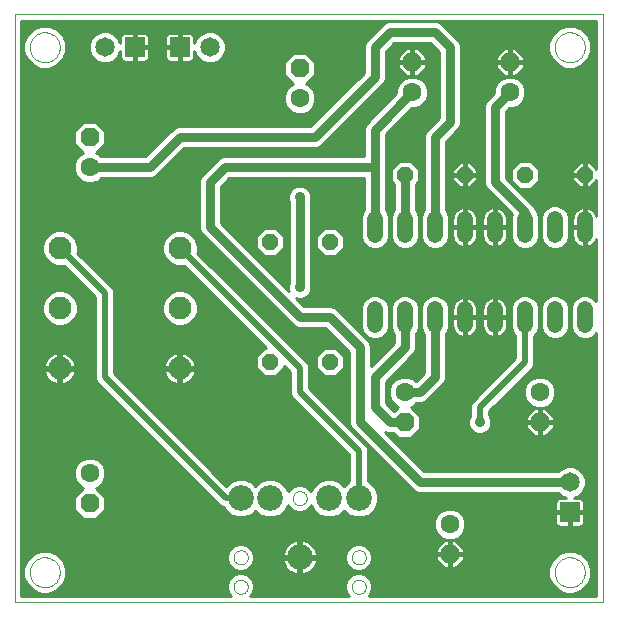
<source format=gbl>
G75*
G70*
%OFA0B0*%
%FSLAX24Y24*%
%IPPOS*%
%LPD*%
%AMOC8*
5,1,8,0,0,1.08239X$1,22.5*
%
%ADD10C,0.0000*%
%ADD11C,0.0520*%
%ADD12OC8,0.0630*%
%ADD13C,0.0630*%
%ADD14OC8,0.0520*%
%ADD15C,0.0768*%
%ADD16C,0.0860*%
%ADD17R,0.0650X0.0650*%
%ADD18C,0.0650*%
%ADD19C,0.0300*%
%ADD20C,0.0356*%
%ADD21C,0.0200*%
%ADD22C,0.0100*%
D10*
X000131Y001209D02*
X000131Y020809D01*
X019731Y020809D01*
X019731Y001209D01*
X000131Y001209D01*
X000631Y002209D02*
X000633Y002253D01*
X000639Y002297D01*
X000649Y002340D01*
X000662Y002382D01*
X000679Y002423D01*
X000700Y002462D01*
X000724Y002499D01*
X000751Y002534D01*
X000781Y002566D01*
X000814Y002596D01*
X000850Y002622D01*
X000887Y002646D01*
X000927Y002665D01*
X000968Y002682D01*
X001011Y002694D01*
X001054Y002703D01*
X001098Y002708D01*
X001142Y002709D01*
X001186Y002706D01*
X001230Y002699D01*
X001273Y002688D01*
X001315Y002674D01*
X001355Y002656D01*
X001394Y002634D01*
X001430Y002610D01*
X001464Y002582D01*
X001496Y002551D01*
X001525Y002517D01*
X001551Y002481D01*
X001573Y002443D01*
X001592Y002403D01*
X001607Y002361D01*
X001619Y002319D01*
X001627Y002275D01*
X001631Y002231D01*
X001631Y002187D01*
X001627Y002143D01*
X001619Y002099D01*
X001607Y002057D01*
X001592Y002015D01*
X001573Y001975D01*
X001551Y001937D01*
X001525Y001901D01*
X001496Y001867D01*
X001464Y001836D01*
X001430Y001808D01*
X001394Y001784D01*
X001355Y001762D01*
X001315Y001744D01*
X001273Y001730D01*
X001230Y001719D01*
X001186Y001712D01*
X001142Y001709D01*
X001098Y001710D01*
X001054Y001715D01*
X001011Y001724D01*
X000968Y001736D01*
X000927Y001753D01*
X000887Y001772D01*
X000850Y001796D01*
X000814Y001822D01*
X000781Y001852D01*
X000751Y001884D01*
X000724Y001919D01*
X000700Y001956D01*
X000679Y001995D01*
X000662Y002036D01*
X000649Y002078D01*
X000639Y002121D01*
X000633Y002165D01*
X000631Y002209D01*
X007427Y001725D02*
X007429Y001755D01*
X007435Y001785D01*
X007444Y001814D01*
X007457Y001841D01*
X007474Y001866D01*
X007493Y001889D01*
X007516Y001910D01*
X007541Y001927D01*
X007567Y001941D01*
X007596Y001951D01*
X007625Y001958D01*
X007655Y001961D01*
X007686Y001960D01*
X007716Y001955D01*
X007745Y001946D01*
X007772Y001934D01*
X007798Y001919D01*
X007822Y001900D01*
X007843Y001878D01*
X007861Y001854D01*
X007876Y001827D01*
X007887Y001799D01*
X007895Y001770D01*
X007899Y001740D01*
X007899Y001710D01*
X007895Y001680D01*
X007887Y001651D01*
X007876Y001623D01*
X007861Y001596D01*
X007843Y001572D01*
X007822Y001550D01*
X007798Y001531D01*
X007772Y001516D01*
X007745Y001504D01*
X007716Y001495D01*
X007686Y001490D01*
X007655Y001489D01*
X007625Y001492D01*
X007596Y001499D01*
X007567Y001509D01*
X007541Y001523D01*
X007516Y001540D01*
X007493Y001561D01*
X007474Y001584D01*
X007457Y001609D01*
X007444Y001636D01*
X007435Y001665D01*
X007429Y001695D01*
X007427Y001725D01*
X007427Y002709D02*
X007429Y002739D01*
X007435Y002769D01*
X007444Y002798D01*
X007457Y002825D01*
X007474Y002850D01*
X007493Y002873D01*
X007516Y002894D01*
X007541Y002911D01*
X007567Y002925D01*
X007596Y002935D01*
X007625Y002942D01*
X007655Y002945D01*
X007686Y002944D01*
X007716Y002939D01*
X007745Y002930D01*
X007772Y002918D01*
X007798Y002903D01*
X007822Y002884D01*
X007843Y002862D01*
X007861Y002838D01*
X007876Y002811D01*
X007887Y002783D01*
X007895Y002754D01*
X007899Y002724D01*
X007899Y002694D01*
X007895Y002664D01*
X007887Y002635D01*
X007876Y002607D01*
X007861Y002580D01*
X007843Y002556D01*
X007822Y002534D01*
X007798Y002515D01*
X007772Y002500D01*
X007745Y002488D01*
X007716Y002479D01*
X007686Y002474D01*
X007655Y002473D01*
X007625Y002476D01*
X007596Y002483D01*
X007567Y002493D01*
X007541Y002507D01*
X007516Y002524D01*
X007493Y002545D01*
X007474Y002568D01*
X007457Y002593D01*
X007444Y002620D01*
X007435Y002649D01*
X007429Y002679D01*
X007427Y002709D01*
X009395Y004678D02*
X009397Y004708D01*
X009403Y004738D01*
X009412Y004767D01*
X009425Y004794D01*
X009442Y004819D01*
X009461Y004842D01*
X009484Y004863D01*
X009509Y004880D01*
X009535Y004894D01*
X009564Y004904D01*
X009593Y004911D01*
X009623Y004914D01*
X009654Y004913D01*
X009684Y004908D01*
X009713Y004899D01*
X009740Y004887D01*
X009766Y004872D01*
X009790Y004853D01*
X009811Y004831D01*
X009829Y004807D01*
X009844Y004780D01*
X009855Y004752D01*
X009863Y004723D01*
X009867Y004693D01*
X009867Y004663D01*
X009863Y004633D01*
X009855Y004604D01*
X009844Y004576D01*
X009829Y004549D01*
X009811Y004525D01*
X009790Y004503D01*
X009766Y004484D01*
X009740Y004469D01*
X009713Y004457D01*
X009684Y004448D01*
X009654Y004443D01*
X009623Y004442D01*
X009593Y004445D01*
X009564Y004452D01*
X009535Y004462D01*
X009509Y004476D01*
X009484Y004493D01*
X009461Y004514D01*
X009442Y004537D01*
X009425Y004562D01*
X009412Y004589D01*
X009403Y004618D01*
X009397Y004648D01*
X009395Y004678D01*
X011364Y002709D02*
X011366Y002739D01*
X011372Y002769D01*
X011381Y002798D01*
X011394Y002825D01*
X011411Y002850D01*
X011430Y002873D01*
X011453Y002894D01*
X011478Y002911D01*
X011504Y002925D01*
X011533Y002935D01*
X011562Y002942D01*
X011592Y002945D01*
X011623Y002944D01*
X011653Y002939D01*
X011682Y002930D01*
X011709Y002918D01*
X011735Y002903D01*
X011759Y002884D01*
X011780Y002862D01*
X011798Y002838D01*
X011813Y002811D01*
X011824Y002783D01*
X011832Y002754D01*
X011836Y002724D01*
X011836Y002694D01*
X011832Y002664D01*
X011824Y002635D01*
X011813Y002607D01*
X011798Y002580D01*
X011780Y002556D01*
X011759Y002534D01*
X011735Y002515D01*
X011709Y002500D01*
X011682Y002488D01*
X011653Y002479D01*
X011623Y002474D01*
X011592Y002473D01*
X011562Y002476D01*
X011533Y002483D01*
X011504Y002493D01*
X011478Y002507D01*
X011453Y002524D01*
X011430Y002545D01*
X011411Y002568D01*
X011394Y002593D01*
X011381Y002620D01*
X011372Y002649D01*
X011366Y002679D01*
X011364Y002709D01*
X011364Y001725D02*
X011366Y001755D01*
X011372Y001785D01*
X011381Y001814D01*
X011394Y001841D01*
X011411Y001866D01*
X011430Y001889D01*
X011453Y001910D01*
X011478Y001927D01*
X011504Y001941D01*
X011533Y001951D01*
X011562Y001958D01*
X011592Y001961D01*
X011623Y001960D01*
X011653Y001955D01*
X011682Y001946D01*
X011709Y001934D01*
X011735Y001919D01*
X011759Y001900D01*
X011780Y001878D01*
X011798Y001854D01*
X011813Y001827D01*
X011824Y001799D01*
X011832Y001770D01*
X011836Y001740D01*
X011836Y001710D01*
X011832Y001680D01*
X011824Y001651D01*
X011813Y001623D01*
X011798Y001596D01*
X011780Y001572D01*
X011759Y001550D01*
X011735Y001531D01*
X011709Y001516D01*
X011682Y001504D01*
X011653Y001495D01*
X011623Y001490D01*
X011592Y001489D01*
X011562Y001492D01*
X011533Y001499D01*
X011504Y001509D01*
X011478Y001523D01*
X011453Y001540D01*
X011430Y001561D01*
X011411Y001584D01*
X011394Y001609D01*
X011381Y001636D01*
X011372Y001665D01*
X011366Y001695D01*
X011364Y001725D01*
X018131Y002209D02*
X018133Y002253D01*
X018139Y002297D01*
X018149Y002340D01*
X018162Y002382D01*
X018179Y002423D01*
X018200Y002462D01*
X018224Y002499D01*
X018251Y002534D01*
X018281Y002566D01*
X018314Y002596D01*
X018350Y002622D01*
X018387Y002646D01*
X018427Y002665D01*
X018468Y002682D01*
X018511Y002694D01*
X018554Y002703D01*
X018598Y002708D01*
X018642Y002709D01*
X018686Y002706D01*
X018730Y002699D01*
X018773Y002688D01*
X018815Y002674D01*
X018855Y002656D01*
X018894Y002634D01*
X018930Y002610D01*
X018964Y002582D01*
X018996Y002551D01*
X019025Y002517D01*
X019051Y002481D01*
X019073Y002443D01*
X019092Y002403D01*
X019107Y002361D01*
X019119Y002319D01*
X019127Y002275D01*
X019131Y002231D01*
X019131Y002187D01*
X019127Y002143D01*
X019119Y002099D01*
X019107Y002057D01*
X019092Y002015D01*
X019073Y001975D01*
X019051Y001937D01*
X019025Y001901D01*
X018996Y001867D01*
X018964Y001836D01*
X018930Y001808D01*
X018894Y001784D01*
X018855Y001762D01*
X018815Y001744D01*
X018773Y001730D01*
X018730Y001719D01*
X018686Y001712D01*
X018642Y001709D01*
X018598Y001710D01*
X018554Y001715D01*
X018511Y001724D01*
X018468Y001736D01*
X018427Y001753D01*
X018387Y001772D01*
X018350Y001796D01*
X018314Y001822D01*
X018281Y001852D01*
X018251Y001884D01*
X018224Y001919D01*
X018200Y001956D01*
X018179Y001995D01*
X018162Y002036D01*
X018149Y002078D01*
X018139Y002121D01*
X018133Y002165D01*
X018131Y002209D01*
X018131Y019709D02*
X018133Y019753D01*
X018139Y019797D01*
X018149Y019840D01*
X018162Y019882D01*
X018179Y019923D01*
X018200Y019962D01*
X018224Y019999D01*
X018251Y020034D01*
X018281Y020066D01*
X018314Y020096D01*
X018350Y020122D01*
X018387Y020146D01*
X018427Y020165D01*
X018468Y020182D01*
X018511Y020194D01*
X018554Y020203D01*
X018598Y020208D01*
X018642Y020209D01*
X018686Y020206D01*
X018730Y020199D01*
X018773Y020188D01*
X018815Y020174D01*
X018855Y020156D01*
X018894Y020134D01*
X018930Y020110D01*
X018964Y020082D01*
X018996Y020051D01*
X019025Y020017D01*
X019051Y019981D01*
X019073Y019943D01*
X019092Y019903D01*
X019107Y019861D01*
X019119Y019819D01*
X019127Y019775D01*
X019131Y019731D01*
X019131Y019687D01*
X019127Y019643D01*
X019119Y019599D01*
X019107Y019557D01*
X019092Y019515D01*
X019073Y019475D01*
X019051Y019437D01*
X019025Y019401D01*
X018996Y019367D01*
X018964Y019336D01*
X018930Y019308D01*
X018894Y019284D01*
X018855Y019262D01*
X018815Y019244D01*
X018773Y019230D01*
X018730Y019219D01*
X018686Y019212D01*
X018642Y019209D01*
X018598Y019210D01*
X018554Y019215D01*
X018511Y019224D01*
X018468Y019236D01*
X018427Y019253D01*
X018387Y019272D01*
X018350Y019296D01*
X018314Y019322D01*
X018281Y019352D01*
X018251Y019384D01*
X018224Y019419D01*
X018200Y019456D01*
X018179Y019495D01*
X018162Y019536D01*
X018149Y019578D01*
X018139Y019621D01*
X018133Y019665D01*
X018131Y019709D01*
X000631Y019709D02*
X000633Y019753D01*
X000639Y019797D01*
X000649Y019840D01*
X000662Y019882D01*
X000679Y019923D01*
X000700Y019962D01*
X000724Y019999D01*
X000751Y020034D01*
X000781Y020066D01*
X000814Y020096D01*
X000850Y020122D01*
X000887Y020146D01*
X000927Y020165D01*
X000968Y020182D01*
X001011Y020194D01*
X001054Y020203D01*
X001098Y020208D01*
X001142Y020209D01*
X001186Y020206D01*
X001230Y020199D01*
X001273Y020188D01*
X001315Y020174D01*
X001355Y020156D01*
X001394Y020134D01*
X001430Y020110D01*
X001464Y020082D01*
X001496Y020051D01*
X001525Y020017D01*
X001551Y019981D01*
X001573Y019943D01*
X001592Y019903D01*
X001607Y019861D01*
X001619Y019819D01*
X001627Y019775D01*
X001631Y019731D01*
X001631Y019687D01*
X001627Y019643D01*
X001619Y019599D01*
X001607Y019557D01*
X001592Y019515D01*
X001573Y019475D01*
X001551Y019437D01*
X001525Y019401D01*
X001496Y019367D01*
X001464Y019336D01*
X001430Y019308D01*
X001394Y019284D01*
X001355Y019262D01*
X001315Y019244D01*
X001273Y019230D01*
X001230Y019219D01*
X001186Y019212D01*
X001142Y019209D01*
X001098Y019210D01*
X001054Y019215D01*
X001011Y019224D01*
X000968Y019236D01*
X000927Y019253D01*
X000887Y019272D01*
X000850Y019296D01*
X000814Y019322D01*
X000781Y019352D01*
X000751Y019384D01*
X000724Y019419D01*
X000700Y019456D01*
X000679Y019495D01*
X000662Y019536D01*
X000649Y019578D01*
X000639Y019621D01*
X000633Y019665D01*
X000631Y019709D01*
D11*
X012131Y013969D02*
X012131Y013449D01*
X013131Y013449D02*
X013131Y013969D01*
X014131Y013969D02*
X014131Y013449D01*
X015131Y013449D02*
X015131Y013969D01*
X016131Y013969D02*
X016131Y013449D01*
X017131Y013449D02*
X017131Y013969D01*
X018131Y013969D02*
X018131Y013449D01*
X019131Y013449D02*
X019131Y013969D01*
X019131Y010969D02*
X019131Y010449D01*
X018131Y010449D02*
X018131Y010969D01*
X017131Y010969D02*
X017131Y010449D01*
X016131Y010449D02*
X016131Y010969D01*
X015131Y010969D02*
X015131Y010449D01*
X014131Y010449D02*
X014131Y010969D01*
X013131Y010969D02*
X013131Y010449D01*
X012131Y010449D02*
X012131Y010969D01*
D12*
X013131Y007209D03*
X014631Y002809D03*
X017631Y007209D03*
X009631Y019009D03*
X013381Y019209D03*
X016631Y019209D03*
X002631Y016709D03*
X002631Y004509D03*
D13*
X002631Y005509D03*
X002631Y015709D03*
X009631Y018009D03*
X013381Y018209D03*
X016631Y018209D03*
X017631Y008209D03*
X014631Y003809D03*
X013131Y008209D03*
D14*
X010631Y009209D03*
X008631Y009209D03*
X008631Y013209D03*
X010631Y013209D03*
X013131Y015459D03*
X015131Y015459D03*
X017131Y015459D03*
X019131Y015459D03*
D15*
X005631Y013009D03*
X005631Y011009D03*
X005631Y009009D03*
X001631Y009009D03*
X001631Y011009D03*
X001631Y013009D03*
D16*
X007663Y004678D03*
X008647Y004678D03*
X010615Y004678D03*
X011600Y004678D03*
X009631Y002709D03*
D17*
X018631Y004209D03*
X005631Y019709D03*
X004131Y019709D03*
D18*
X003131Y019709D03*
X006631Y019709D03*
X018631Y005209D03*
D19*
X013631Y005209D01*
X011631Y007209D01*
X011631Y009709D01*
X010631Y010709D01*
X009631Y010709D01*
X006631Y013709D01*
X006631Y015209D01*
X007131Y015709D01*
X012131Y015709D01*
X012131Y016959D01*
X013381Y018209D01*
X012131Y018709D02*
X010131Y016709D01*
X005631Y016709D01*
X004631Y015709D01*
X002631Y015709D01*
X009631Y014709D02*
X009631Y011709D01*
X012131Y013709D02*
X012131Y015709D01*
X013131Y015459D02*
X013131Y013709D01*
X014131Y013709D02*
X014131Y016709D01*
X014631Y017209D01*
X014631Y019709D01*
X014131Y020209D01*
X012631Y020209D01*
X012131Y019709D01*
X012131Y018709D01*
X016131Y017709D02*
X016131Y015209D01*
X017131Y014209D01*
X017131Y013709D01*
X014131Y010709D02*
X014131Y008709D01*
X013631Y008209D01*
X013131Y008209D01*
X013131Y007209D02*
X012631Y007209D01*
X012131Y007709D01*
X012131Y008709D01*
X013131Y009709D01*
X013131Y010709D01*
X016131Y017709D02*
X016631Y018209D01*
D20*
X009631Y014709D03*
X009631Y011709D03*
X015631Y007209D03*
D21*
X015631Y007709D01*
X017131Y009209D01*
X017131Y010709D01*
X011600Y006241D02*
X009631Y008209D01*
X009631Y009009D01*
X005631Y013009D01*
X003131Y011509D02*
X001631Y013009D01*
X003131Y011509D02*
X003131Y008709D01*
X007163Y004678D01*
X007663Y004678D01*
X011600Y004678D02*
X011600Y006241D01*
D22*
X011897Y006334D02*
X011998Y006334D01*
X011909Y006303D02*
X011862Y006417D01*
X009941Y008338D01*
X009941Y008948D01*
X009941Y009071D01*
X009894Y009185D01*
X006214Y012865D01*
X006225Y012891D01*
X006225Y013128D01*
X006134Y013346D01*
X005967Y013513D01*
X005749Y013603D01*
X005513Y013603D01*
X005295Y013513D01*
X005128Y013346D01*
X005037Y013128D01*
X005037Y012891D01*
X005128Y012673D01*
X005295Y012506D01*
X005513Y012416D01*
X005749Y012416D01*
X005776Y012427D01*
X008523Y009679D01*
X008436Y009679D01*
X008161Y009404D01*
X008161Y009015D01*
X008436Y008739D01*
X008826Y008739D01*
X009101Y009015D01*
X009101Y009101D01*
X009321Y008881D01*
X009321Y008148D01*
X009368Y008034D01*
X009455Y007947D01*
X009455Y007947D01*
X011290Y006113D01*
X011290Y005242D01*
X011237Y005220D01*
X011107Y005091D01*
X010978Y005220D01*
X010743Y005318D01*
X010488Y005318D01*
X010253Y005220D01*
X010073Y005040D01*
X010018Y004909D01*
X010009Y004931D01*
X009884Y005056D01*
X009720Y005124D01*
X009542Y005124D01*
X009378Y005056D01*
X009253Y004931D01*
X009244Y004909D01*
X009189Y005040D01*
X009009Y005220D01*
X008774Y005318D01*
X008519Y005318D01*
X008284Y005220D01*
X008155Y005091D01*
X008025Y005220D01*
X007790Y005318D01*
X007535Y005318D01*
X007300Y005220D01*
X007179Y005100D01*
X003441Y008838D01*
X003441Y011448D01*
X003441Y011571D01*
X003394Y011685D01*
X002214Y012865D01*
X002225Y012891D01*
X002225Y013128D01*
X002134Y013346D01*
X001967Y013513D01*
X001749Y013603D01*
X001513Y013603D01*
X001295Y013513D01*
X001128Y013346D01*
X001037Y013128D01*
X001037Y012891D01*
X001128Y012673D01*
X001295Y012506D01*
X001513Y012416D01*
X001749Y012416D01*
X001776Y012427D01*
X002821Y011381D01*
X002821Y008648D01*
X002868Y008534D01*
X002955Y008447D01*
X006987Y004415D01*
X007098Y004369D01*
X007120Y004315D01*
X007300Y004135D01*
X007535Y004038D01*
X007790Y004038D01*
X008025Y004135D01*
X008155Y004265D01*
X008284Y004135D01*
X008519Y004038D01*
X008774Y004038D01*
X009009Y004135D01*
X009189Y004315D01*
X009244Y004447D01*
X009253Y004425D01*
X009378Y004300D01*
X009542Y004232D01*
X009720Y004232D01*
X009884Y004300D01*
X010009Y004425D01*
X010018Y004447D01*
X010073Y004315D01*
X010253Y004135D01*
X010488Y004038D01*
X010743Y004038D01*
X010978Y004135D01*
X011107Y004265D01*
X011237Y004135D01*
X011472Y004038D01*
X011727Y004038D01*
X011962Y004135D01*
X012142Y004315D01*
X012239Y004551D01*
X012239Y004805D01*
X012142Y005040D01*
X011962Y005220D01*
X011909Y005242D01*
X011909Y006179D01*
X011909Y006303D01*
X011909Y006235D02*
X012096Y006235D01*
X012195Y006137D02*
X011909Y006137D01*
X011909Y006038D02*
X012293Y006038D01*
X012392Y005940D02*
X011909Y005940D01*
X011909Y005841D02*
X012490Y005841D01*
X012589Y005742D02*
X011909Y005742D01*
X011909Y005644D02*
X012687Y005644D01*
X012786Y005545D02*
X011909Y005545D01*
X011909Y005447D02*
X012885Y005447D01*
X012983Y005348D02*
X011909Y005348D01*
X011909Y005250D02*
X013082Y005250D01*
X013180Y005151D02*
X012031Y005151D01*
X012130Y005053D02*
X013279Y005053D01*
X013377Y004954D02*
X012178Y004954D01*
X012219Y004856D02*
X013545Y004856D01*
X013559Y004849D02*
X013703Y004849D01*
X018234Y004849D01*
X018328Y004756D01*
X018501Y004684D01*
X018286Y004684D01*
X018248Y004674D01*
X018214Y004654D01*
X018186Y004627D01*
X018166Y004592D01*
X018156Y004554D01*
X018156Y004247D01*
X018593Y004247D01*
X018593Y004172D01*
X018156Y004172D01*
X018156Y003865D01*
X018166Y003827D01*
X018186Y003792D01*
X018214Y003764D01*
X018248Y003745D01*
X018286Y003734D01*
X018593Y003734D01*
X018593Y004172D01*
X018669Y004172D01*
X018669Y004247D01*
X019106Y004247D01*
X019106Y004554D01*
X019096Y004592D01*
X019076Y004627D01*
X019048Y004654D01*
X019014Y004674D01*
X018976Y004684D01*
X018761Y004684D01*
X018934Y004756D01*
X019085Y004906D01*
X019166Y005103D01*
X019166Y005316D01*
X019085Y005512D01*
X018934Y005663D01*
X018737Y005744D01*
X018525Y005744D01*
X018328Y005663D01*
X018234Y005569D01*
X013780Y005569D01*
X012458Y006891D01*
X012559Y006849D01*
X012703Y006849D01*
X012749Y006849D01*
X012914Y006684D01*
X013348Y006684D01*
X013656Y006992D01*
X013656Y007427D01*
X013351Y007732D01*
X013428Y007764D01*
X013513Y007849D01*
X013559Y007849D01*
X013703Y007849D01*
X013835Y007904D01*
X014335Y008404D01*
X014436Y008506D01*
X014491Y008638D01*
X014491Y010145D01*
X014529Y010183D01*
X014601Y010356D01*
X014601Y011063D01*
X014529Y011236D01*
X014397Y011368D01*
X014224Y011439D01*
X014038Y011439D01*
X013865Y011368D01*
X013733Y011236D01*
X013661Y011063D01*
X013661Y010356D01*
X013733Y010183D01*
X013771Y010145D01*
X013771Y008859D01*
X013498Y008585D01*
X013428Y008654D01*
X013235Y008734D01*
X013027Y008734D01*
X012834Y008654D01*
X012686Y008507D01*
X012606Y008314D01*
X012606Y008105D01*
X012686Y007912D01*
X012834Y007764D01*
X012911Y007732D01*
X012764Y007585D01*
X012491Y007859D01*
X012491Y008560D01*
X013335Y009404D01*
X013436Y009506D01*
X013491Y009638D01*
X013491Y010145D01*
X013529Y010183D01*
X013601Y010356D01*
X013601Y011063D01*
X013529Y011236D01*
X013397Y011368D01*
X013224Y011439D01*
X013038Y011439D01*
X012865Y011368D01*
X012733Y011236D01*
X012661Y011063D01*
X012661Y010356D01*
X012733Y010183D01*
X012771Y010145D01*
X012771Y009859D01*
X011991Y009078D01*
X011991Y009638D01*
X011991Y009781D01*
X011936Y009913D01*
X010936Y010913D01*
X010835Y011015D01*
X010703Y011069D01*
X009780Y011069D01*
X009510Y011339D01*
X009554Y011321D01*
X009708Y011321D01*
X009851Y011380D01*
X009960Y011490D01*
X010019Y011632D01*
X010019Y011787D01*
X009991Y011854D01*
X009991Y014564D01*
X010019Y014632D01*
X010019Y014787D01*
X009960Y014929D01*
X009851Y015038D01*
X009708Y015098D01*
X009554Y015098D01*
X009411Y015038D01*
X009302Y014929D01*
X009243Y014787D01*
X009243Y014632D01*
X009271Y014564D01*
X009271Y011854D01*
X009243Y011787D01*
X009243Y011632D01*
X009261Y011588D01*
X006991Y013859D01*
X006991Y015060D01*
X007280Y015349D01*
X011771Y015349D01*
X011771Y014274D01*
X011733Y014236D01*
X011661Y014063D01*
X011661Y013356D01*
X011733Y013183D01*
X011865Y013051D01*
X012038Y012979D01*
X012224Y012979D01*
X012397Y013051D01*
X012529Y013183D01*
X012601Y013356D01*
X012601Y014063D01*
X012529Y014236D01*
X012491Y014274D01*
X012491Y015638D01*
X012491Y015781D01*
X012491Y016810D01*
X013365Y017684D01*
X013485Y017684D01*
X013678Y017764D01*
X013826Y017912D01*
X013906Y018105D01*
X013906Y018314D01*
X013826Y018507D01*
X013678Y018654D01*
X013485Y018734D01*
X013277Y018734D01*
X013084Y018654D01*
X012936Y018507D01*
X012856Y018314D01*
X012856Y018194D01*
X011826Y017163D01*
X011771Y017031D01*
X011771Y016888D01*
X011771Y016069D01*
X007059Y016069D01*
X006927Y016015D01*
X006826Y015913D01*
X006326Y015413D01*
X006271Y015281D01*
X006271Y015138D01*
X006271Y013638D01*
X006326Y013506D01*
X006427Y013404D01*
X009427Y010404D01*
X009559Y010349D01*
X009703Y010349D01*
X010482Y010349D01*
X011271Y009560D01*
X011271Y007138D01*
X011326Y007006D01*
X011427Y006904D01*
X013427Y004904D01*
X013559Y004849D01*
X013706Y005644D02*
X018309Y005644D01*
X018520Y005742D02*
X013607Y005742D01*
X013509Y005841D02*
X019521Y005841D01*
X019521Y005742D02*
X018742Y005742D01*
X018953Y005644D02*
X019521Y005644D01*
X019521Y005545D02*
X019052Y005545D01*
X019112Y005447D02*
X019521Y005447D01*
X019521Y005348D02*
X019153Y005348D01*
X019166Y005250D02*
X019521Y005250D01*
X019521Y005151D02*
X019166Y005151D01*
X019145Y005053D02*
X019521Y005053D01*
X019521Y004954D02*
X019104Y004954D01*
X019034Y004856D02*
X019521Y004856D01*
X019521Y004757D02*
X018935Y004757D01*
X019041Y004658D02*
X019521Y004658D01*
X019521Y004560D02*
X019104Y004560D01*
X019106Y004461D02*
X019521Y004461D01*
X019521Y004363D02*
X019106Y004363D01*
X019106Y004264D02*
X019521Y004264D01*
X019521Y004166D02*
X019106Y004166D01*
X019106Y004172D02*
X018669Y004172D01*
X018669Y003734D01*
X018976Y003734D01*
X019014Y003745D01*
X019048Y003764D01*
X019076Y003792D01*
X019096Y003827D01*
X019106Y003865D01*
X019106Y004172D01*
X019106Y004067D02*
X019521Y004067D01*
X019521Y003969D02*
X019106Y003969D01*
X019106Y003870D02*
X019521Y003870D01*
X019521Y003772D02*
X019055Y003772D01*
X018669Y003772D02*
X018593Y003772D01*
X018593Y003870D02*
X018669Y003870D01*
X018669Y003969D02*
X018593Y003969D01*
X018593Y004067D02*
X018669Y004067D01*
X018669Y004166D02*
X018593Y004166D01*
X018156Y004166D02*
X015017Y004166D01*
X015076Y004107D02*
X014928Y004254D01*
X014735Y004334D01*
X014527Y004334D01*
X014334Y004254D01*
X014186Y004107D01*
X014106Y003914D01*
X014106Y003705D01*
X014186Y003512D01*
X014334Y003364D01*
X014527Y003284D01*
X014735Y003284D01*
X014928Y003364D01*
X015076Y003512D01*
X015156Y003705D01*
X015156Y003914D01*
X015076Y004107D01*
X015092Y004067D02*
X018156Y004067D01*
X018156Y003969D02*
X015133Y003969D01*
X015156Y003870D02*
X018156Y003870D01*
X018207Y003772D02*
X015156Y003772D01*
X015143Y003673D02*
X019521Y003673D01*
X019521Y003574D02*
X015102Y003574D01*
X015040Y003476D02*
X019521Y003476D01*
X019521Y003377D02*
X014941Y003377D01*
X014824Y003274D02*
X014661Y003274D01*
X014661Y002840D01*
X014601Y002840D01*
X014601Y003274D01*
X014438Y003274D01*
X014166Y003002D01*
X014166Y002839D01*
X014601Y002839D01*
X014601Y002779D01*
X014661Y002779D01*
X014661Y002344D01*
X014824Y002344D01*
X015096Y002617D01*
X015096Y002779D01*
X014661Y002779D01*
X014661Y002839D01*
X015096Y002839D01*
X015096Y003002D01*
X014824Y003274D01*
X014918Y003180D02*
X019521Y003180D01*
X019521Y003082D02*
X015016Y003082D01*
X015096Y002983D02*
X019521Y002983D01*
X019521Y002885D02*
X018856Y002885D01*
X018772Y002919D02*
X019033Y002811D01*
X019233Y002612D01*
X019341Y002351D01*
X019341Y002068D01*
X019233Y001807D01*
X019033Y001608D01*
X018772Y001499D01*
X018490Y001499D01*
X018229Y001608D01*
X018029Y001807D01*
X017921Y002068D01*
X017921Y002351D01*
X018029Y002612D01*
X018229Y002811D01*
X018490Y002919D01*
X018772Y002919D01*
X019058Y002786D02*
X019521Y002786D01*
X019521Y002688D02*
X019157Y002688D01*
X019242Y002589D02*
X019521Y002589D01*
X019521Y002491D02*
X019283Y002491D01*
X019324Y002392D02*
X019521Y002392D01*
X019521Y002293D02*
X019341Y002293D01*
X019341Y002195D02*
X019521Y002195D01*
X019521Y002096D02*
X019341Y002096D01*
X019312Y001998D02*
X019521Y001998D01*
X019521Y001899D02*
X019271Y001899D01*
X019226Y001801D02*
X019521Y001801D01*
X019521Y001702D02*
X019128Y001702D01*
X019024Y001604D02*
X019521Y001604D01*
X019521Y001505D02*
X018786Y001505D01*
X018476Y001505D02*
X011991Y001505D01*
X011978Y001472D02*
X012046Y001636D01*
X012046Y001814D01*
X011978Y001978D01*
X011852Y002103D01*
X011688Y002171D01*
X011511Y002171D01*
X011347Y002103D01*
X011221Y001978D01*
X011153Y001814D01*
X011153Y001636D01*
X011221Y001472D01*
X011274Y001419D01*
X007988Y001419D01*
X008041Y001472D01*
X008109Y001636D01*
X008109Y001814D01*
X008041Y001978D01*
X007915Y002103D01*
X007751Y002171D01*
X007574Y002171D01*
X007410Y002103D01*
X007284Y001978D01*
X007216Y001814D01*
X007216Y001636D01*
X007284Y001472D01*
X007337Y001419D01*
X000341Y001419D01*
X000341Y020599D01*
X019521Y020599D01*
X019521Y015649D01*
X019301Y015869D01*
X019161Y015869D01*
X019161Y015490D01*
X019101Y015490D01*
X019101Y015869D01*
X018961Y015869D01*
X018721Y015629D01*
X018721Y015489D01*
X019101Y015489D01*
X019101Y015429D01*
X019161Y015429D01*
X019161Y015049D01*
X019301Y015049D01*
X019521Y015270D01*
X019521Y014096D01*
X019511Y014127D01*
X019482Y014184D01*
X019444Y014237D01*
X019398Y014282D01*
X019346Y014320D01*
X019288Y014349D01*
X019227Y014369D01*
X019163Y014379D01*
X019161Y014379D01*
X019161Y013740D01*
X019101Y013740D01*
X019101Y014379D01*
X019099Y014379D01*
X019035Y014369D01*
X018974Y014349D01*
X018916Y014320D01*
X018864Y014282D01*
X018818Y014237D01*
X018780Y014184D01*
X018751Y014127D01*
X018731Y014065D01*
X018721Y014002D01*
X018721Y013739D01*
X019101Y013739D01*
X019101Y013679D01*
X019161Y013679D01*
X019161Y013039D01*
X019163Y013039D01*
X019227Y013050D01*
X019288Y013069D01*
X019346Y013099D01*
X019398Y013137D01*
X019444Y013182D01*
X019482Y013235D01*
X019511Y013292D01*
X019521Y013323D01*
X019521Y011244D01*
X019397Y011368D01*
X019224Y011439D01*
X019038Y011439D01*
X018865Y011368D01*
X018733Y011236D01*
X018661Y011063D01*
X018661Y010356D01*
X018733Y010183D01*
X018865Y010051D01*
X019038Y009979D01*
X019224Y009979D01*
X019397Y010051D01*
X019521Y010175D01*
X019521Y001419D01*
X011925Y001419D01*
X011978Y001472D01*
X012032Y001604D02*
X018238Y001604D01*
X018134Y001702D02*
X012046Y001702D01*
X012046Y001801D02*
X018036Y001801D01*
X017991Y001899D02*
X012010Y001899D01*
X011958Y001998D02*
X017950Y001998D01*
X017921Y002096D02*
X011859Y002096D01*
X011761Y002293D02*
X017921Y002293D01*
X017921Y002195D02*
X009899Y002195D01*
X009935Y002213D02*
X009854Y002172D01*
X009767Y002144D01*
X009681Y002130D01*
X009681Y002659D01*
X009581Y002659D01*
X009581Y002130D01*
X009495Y002144D01*
X009408Y002172D01*
X009327Y002213D01*
X009253Y002267D01*
X009189Y002332D01*
X009135Y002405D01*
X009094Y002487D01*
X009065Y002574D01*
X009052Y002659D01*
X009581Y002659D01*
X009581Y002759D01*
X009052Y002759D01*
X009065Y002845D01*
X009094Y002932D01*
X009135Y003013D01*
X009189Y003087D01*
X009253Y003152D01*
X009327Y003205D01*
X009408Y003247D01*
X009495Y003275D01*
X009581Y003289D01*
X009581Y002760D01*
X009681Y002760D01*
X009681Y003289D01*
X009767Y003275D01*
X009854Y003247D01*
X009935Y003205D01*
X010009Y003152D01*
X010073Y003087D01*
X010127Y003013D01*
X010169Y002932D01*
X010197Y002845D01*
X010210Y002759D01*
X009681Y002759D01*
X009681Y002659D01*
X010210Y002659D01*
X010197Y002574D01*
X010169Y002487D01*
X010127Y002405D01*
X010073Y002332D01*
X010009Y002267D01*
X009935Y002213D01*
X010035Y002293D02*
X011438Y002293D01*
X011511Y002263D02*
X011347Y002331D01*
X011221Y002457D01*
X011153Y002621D01*
X011153Y002798D01*
X011221Y002962D01*
X011347Y003088D01*
X011511Y003156D01*
X011688Y003156D01*
X011852Y003088D01*
X011978Y002962D01*
X012046Y002798D01*
X012046Y002621D01*
X011978Y002457D01*
X011852Y002331D01*
X011688Y002263D01*
X011511Y002263D01*
X011340Y002096D02*
X007922Y002096D01*
X008021Y001998D02*
X011241Y001998D01*
X011189Y001899D02*
X008073Y001899D01*
X008109Y001801D02*
X011153Y001801D01*
X011153Y001702D02*
X008109Y001702D01*
X008095Y001604D02*
X011167Y001604D01*
X011208Y001505D02*
X008054Y001505D01*
X007751Y002263D02*
X007574Y002263D01*
X007410Y002331D01*
X007284Y002457D01*
X007216Y002621D01*
X007216Y002798D01*
X007284Y002962D01*
X007410Y003088D01*
X007574Y003156D01*
X007751Y003156D01*
X007915Y003088D01*
X008041Y002962D01*
X008109Y002798D01*
X008109Y002621D01*
X008041Y002457D01*
X007915Y002331D01*
X007751Y002263D01*
X007824Y002293D02*
X009227Y002293D01*
X009145Y002392D02*
X007976Y002392D01*
X008055Y002491D02*
X009092Y002491D01*
X009063Y002589D02*
X008096Y002589D01*
X008109Y002688D02*
X009581Y002688D01*
X009581Y002786D02*
X009681Y002786D01*
X009681Y002688D02*
X011153Y002688D01*
X011153Y002786D02*
X010206Y002786D01*
X010184Y002885D02*
X011189Y002885D01*
X011242Y002983D02*
X010142Y002983D01*
X010077Y003082D02*
X011341Y003082D01*
X011858Y003082D02*
X014246Y003082D01*
X014166Y002983D02*
X011957Y002983D01*
X012010Y002885D02*
X014166Y002885D01*
X014166Y002779D02*
X014166Y002617D01*
X014438Y002344D01*
X014601Y002344D01*
X014601Y002779D01*
X014166Y002779D01*
X014166Y002688D02*
X012046Y002688D01*
X012046Y002786D02*
X014601Y002786D01*
X014661Y002786D02*
X018204Y002786D01*
X018105Y002688D02*
X015096Y002688D01*
X015068Y002589D02*
X018020Y002589D01*
X017979Y002491D02*
X014970Y002491D01*
X014871Y002392D02*
X017938Y002392D01*
X018406Y002885D02*
X015096Y002885D01*
X014661Y002885D02*
X014601Y002885D01*
X014601Y002983D02*
X014661Y002983D01*
X014661Y003082D02*
X014601Y003082D01*
X014601Y003180D02*
X014661Y003180D01*
X014344Y003180D02*
X009970Y003180D01*
X009743Y003279D02*
X019521Y003279D01*
X018156Y004264D02*
X014905Y004264D01*
X014357Y004264D02*
X012091Y004264D01*
X012162Y004363D02*
X018156Y004363D01*
X018156Y004461D02*
X012202Y004461D01*
X012239Y004560D02*
X018158Y004560D01*
X018221Y004658D02*
X012239Y004658D01*
X012239Y004757D02*
X018327Y004757D01*
X019521Y005940D02*
X013410Y005940D01*
X013311Y006038D02*
X019521Y006038D01*
X019521Y006137D02*
X013213Y006137D01*
X013114Y006235D02*
X019521Y006235D01*
X019521Y006334D02*
X013016Y006334D01*
X012917Y006432D02*
X019521Y006432D01*
X019521Y006531D02*
X012819Y006531D01*
X012720Y006629D02*
X019521Y006629D01*
X019521Y006728D02*
X013392Y006728D01*
X013490Y006826D02*
X015541Y006826D01*
X015554Y006821D02*
X015708Y006821D01*
X015851Y006880D01*
X015960Y006990D01*
X016019Y007132D01*
X016019Y007287D01*
X015960Y007429D01*
X015941Y007448D01*
X015941Y007581D01*
X017394Y009034D01*
X017441Y009148D01*
X017441Y009271D01*
X017441Y010095D01*
X017529Y010183D01*
X017601Y010356D01*
X017601Y011063D01*
X017529Y011236D01*
X017397Y011368D01*
X017224Y011439D01*
X017038Y011439D01*
X016865Y011368D01*
X016733Y011236D01*
X016661Y011063D01*
X016661Y010356D01*
X016733Y010183D01*
X016821Y010095D01*
X016821Y009338D01*
X015368Y007885D01*
X015321Y007771D01*
X015321Y007648D01*
X015321Y007448D01*
X015302Y007429D01*
X015243Y007287D01*
X015243Y007132D01*
X015302Y006990D01*
X015411Y006880D01*
X015554Y006821D01*
X015720Y006826D02*
X017356Y006826D01*
X017438Y006744D02*
X017166Y007017D01*
X017166Y007179D01*
X017601Y007179D01*
X017661Y007179D01*
X017661Y006744D01*
X017824Y006744D01*
X018096Y007017D01*
X018096Y007179D01*
X017661Y007179D01*
X017661Y007239D01*
X018096Y007239D01*
X018096Y007402D01*
X017824Y007674D01*
X017661Y007674D01*
X017661Y007240D01*
X017601Y007240D01*
X017601Y007674D01*
X017438Y007674D01*
X017166Y007402D01*
X017166Y007239D01*
X017601Y007239D01*
X017601Y007179D01*
X017601Y006744D01*
X017438Y006744D01*
X017601Y006826D02*
X017661Y006826D01*
X017661Y006925D02*
X017601Y006925D01*
X017601Y007024D02*
X017661Y007024D01*
X017661Y007122D02*
X017601Y007122D01*
X017601Y007221D02*
X016019Y007221D01*
X016006Y007319D02*
X017166Y007319D01*
X017182Y007418D02*
X015965Y007418D01*
X015941Y007516D02*
X017280Y007516D01*
X017379Y007615D02*
X015975Y007615D01*
X016073Y007713D02*
X017457Y007713D01*
X017527Y007684D02*
X017735Y007684D01*
X017928Y007764D01*
X018076Y007912D01*
X018156Y008105D01*
X018156Y008314D01*
X018076Y008507D01*
X017928Y008654D01*
X017735Y008734D01*
X017527Y008734D01*
X017334Y008654D01*
X017186Y008507D01*
X017106Y008314D01*
X017106Y008105D01*
X017186Y007912D01*
X017334Y007764D01*
X017527Y007684D01*
X017601Y007615D02*
X017661Y007615D01*
X017661Y007516D02*
X017601Y007516D01*
X017601Y007418D02*
X017661Y007418D01*
X017661Y007319D02*
X017601Y007319D01*
X017661Y007221D02*
X019521Y007221D01*
X019521Y007319D02*
X018096Y007319D01*
X018080Y007418D02*
X019521Y007418D01*
X019521Y007516D02*
X017982Y007516D01*
X017883Y007615D02*
X019521Y007615D01*
X019521Y007713D02*
X017805Y007713D01*
X017976Y007812D02*
X019521Y007812D01*
X019521Y007910D02*
X018074Y007910D01*
X018116Y008009D02*
X019521Y008009D01*
X019521Y008107D02*
X018156Y008107D01*
X018156Y008206D02*
X019521Y008206D01*
X019521Y008305D02*
X018156Y008305D01*
X018119Y008403D02*
X019521Y008403D01*
X019521Y008502D02*
X018078Y008502D01*
X017983Y008600D02*
X019521Y008600D01*
X019521Y008699D02*
X017822Y008699D01*
X017440Y008699D02*
X017059Y008699D01*
X017157Y008797D02*
X019521Y008797D01*
X019521Y008896D02*
X017256Y008896D01*
X017354Y008994D02*
X019521Y008994D01*
X019521Y009093D02*
X017418Y009093D01*
X017441Y009191D02*
X019521Y009191D01*
X019521Y009290D02*
X017441Y009290D01*
X017441Y009389D02*
X019521Y009389D01*
X019521Y009487D02*
X017441Y009487D01*
X017441Y009586D02*
X019521Y009586D01*
X019521Y009684D02*
X017441Y009684D01*
X017441Y009783D02*
X019521Y009783D01*
X019521Y009881D02*
X017441Y009881D01*
X017441Y009980D02*
X018037Y009980D01*
X018038Y009979D02*
X018224Y009979D01*
X018397Y010051D01*
X018529Y010183D01*
X018601Y010356D01*
X018601Y011063D01*
X018529Y011236D01*
X018397Y011368D01*
X018224Y011439D01*
X018038Y011439D01*
X017865Y011368D01*
X017733Y011236D01*
X017661Y011063D01*
X017661Y010356D01*
X017733Y010183D01*
X017865Y010051D01*
X018038Y009979D01*
X018225Y009980D02*
X019037Y009980D01*
X019225Y009980D02*
X019521Y009980D01*
X019521Y010078D02*
X019425Y010078D01*
X018837Y010078D02*
X018425Y010078D01*
X018523Y010177D02*
X018739Y010177D01*
X018694Y010275D02*
X018568Y010275D01*
X018601Y010374D02*
X018661Y010374D01*
X018661Y010473D02*
X018601Y010473D01*
X018601Y010571D02*
X018661Y010571D01*
X018661Y010670D02*
X018601Y010670D01*
X018601Y010768D02*
X018661Y010768D01*
X018661Y010867D02*
X018601Y010867D01*
X018601Y010965D02*
X018661Y010965D01*
X018661Y011064D02*
X018601Y011064D01*
X018560Y011162D02*
X018702Y011162D01*
X018758Y011261D02*
X018504Y011261D01*
X018406Y011359D02*
X018856Y011359D01*
X019406Y011359D02*
X019521Y011359D01*
X019521Y011261D02*
X019504Y011261D01*
X019521Y011458D02*
X009928Y011458D01*
X009988Y011556D02*
X019521Y011556D01*
X019521Y011655D02*
X010019Y011655D01*
X010019Y011754D02*
X019521Y011754D01*
X019521Y011852D02*
X009992Y011852D01*
X009991Y011951D02*
X019521Y011951D01*
X019521Y012049D02*
X009991Y012049D01*
X009991Y012148D02*
X019521Y012148D01*
X019521Y012246D02*
X009991Y012246D01*
X009991Y012345D02*
X019521Y012345D01*
X019521Y012443D02*
X009991Y012443D01*
X009991Y012542D02*
X019521Y012542D01*
X019521Y012640D02*
X009991Y012640D01*
X009991Y012739D02*
X019521Y012739D01*
X019521Y012838D02*
X010924Y012838D01*
X011022Y012936D02*
X019521Y012936D01*
X019521Y013035D02*
X018358Y013035D01*
X018397Y013051D02*
X018529Y013183D01*
X018601Y013356D01*
X018601Y014063D01*
X018529Y014236D01*
X018397Y014368D01*
X018224Y014439D01*
X018038Y014439D01*
X017865Y014368D01*
X017733Y014236D01*
X017661Y014063D01*
X017661Y013356D01*
X017733Y013183D01*
X017865Y013051D01*
X018038Y012979D01*
X018224Y012979D01*
X018397Y013051D01*
X018479Y013133D02*
X018869Y013133D01*
X018864Y013137D02*
X018916Y013099D01*
X018974Y013069D01*
X019035Y013050D01*
X019099Y013039D01*
X019101Y013039D01*
X019101Y013679D01*
X018721Y013679D01*
X018721Y013417D01*
X018731Y013353D01*
X018751Y013292D01*
X018780Y013235D01*
X018818Y013182D01*
X018864Y013137D01*
X018782Y013232D02*
X018550Y013232D01*
X018590Y013330D02*
X018739Y013330D01*
X018721Y013429D02*
X018601Y013429D01*
X018601Y013527D02*
X018721Y013527D01*
X018721Y013626D02*
X018601Y013626D01*
X018601Y013724D02*
X019101Y013724D01*
X019101Y013626D02*
X019161Y013626D01*
X019161Y013527D02*
X019101Y013527D01*
X019101Y013429D02*
X019161Y013429D01*
X019161Y013330D02*
X019101Y013330D01*
X019101Y013232D02*
X019161Y013232D01*
X019161Y013133D02*
X019101Y013133D01*
X019393Y013133D02*
X019521Y013133D01*
X019521Y013232D02*
X019480Y013232D01*
X019161Y013823D02*
X019101Y013823D01*
X019101Y013922D02*
X019161Y013922D01*
X019161Y014020D02*
X019101Y014020D01*
X019101Y014119D02*
X019161Y014119D01*
X019161Y014217D02*
X019101Y014217D01*
X019101Y014316D02*
X019161Y014316D01*
X019352Y014316D02*
X019521Y014316D01*
X019521Y014414D02*
X018285Y014414D01*
X018449Y014316D02*
X018910Y014316D01*
X018804Y014217D02*
X018537Y014217D01*
X018578Y014119D02*
X018748Y014119D01*
X018724Y014020D02*
X018601Y014020D01*
X018601Y013922D02*
X018721Y013922D01*
X018721Y013823D02*
X018601Y013823D01*
X017977Y014414D02*
X017435Y014414D01*
X017436Y014413D02*
X016491Y015359D01*
X016491Y017560D01*
X016615Y017684D01*
X016735Y017684D01*
X016928Y017764D01*
X017076Y017912D01*
X017156Y018105D01*
X017156Y018314D01*
X017076Y018507D01*
X016928Y018654D01*
X016735Y018734D01*
X016527Y018734D01*
X016334Y018654D01*
X016186Y018507D01*
X016106Y018314D01*
X016106Y018194D01*
X015826Y017913D01*
X015771Y017781D01*
X015771Y017638D01*
X015771Y015138D01*
X015826Y015006D01*
X014491Y015006D01*
X014491Y015104D02*
X014907Y015104D01*
X014961Y015049D02*
X014721Y015290D01*
X014721Y015429D01*
X015101Y015429D01*
X015161Y015429D01*
X015161Y015049D01*
X015301Y015049D01*
X015541Y015290D01*
X015541Y015429D01*
X015161Y015429D01*
X015161Y015489D01*
X015541Y015489D01*
X015541Y015629D01*
X015301Y015869D01*
X015161Y015869D01*
X015161Y015490D01*
X015101Y015490D01*
X015101Y015869D01*
X014961Y015869D01*
X014721Y015629D01*
X014721Y015489D01*
X015101Y015489D01*
X015101Y015429D01*
X015101Y015049D01*
X014961Y015049D01*
X015101Y015104D02*
X015161Y015104D01*
X015161Y015203D02*
X015101Y015203D01*
X015101Y015301D02*
X015161Y015301D01*
X015161Y015400D02*
X015101Y015400D01*
X015101Y015498D02*
X015161Y015498D01*
X015161Y015597D02*
X015101Y015597D01*
X015101Y015695D02*
X015161Y015695D01*
X015161Y015794D02*
X015101Y015794D01*
X014886Y015794D02*
X014491Y015794D01*
X014491Y015892D02*
X015771Y015892D01*
X015771Y015794D02*
X015376Y015794D01*
X015475Y015695D02*
X015771Y015695D01*
X015771Y015597D02*
X015541Y015597D01*
X015541Y015498D02*
X015771Y015498D01*
X015771Y015400D02*
X015541Y015400D01*
X015541Y015301D02*
X015771Y015301D01*
X015771Y015203D02*
X015454Y015203D01*
X015355Y015104D02*
X015785Y015104D01*
X015826Y015006D02*
X015927Y014904D01*
X016692Y014139D01*
X016661Y014063D01*
X016661Y013356D01*
X016733Y013183D01*
X016865Y013051D01*
X017038Y012979D01*
X017224Y012979D01*
X017397Y013051D01*
X017529Y013183D01*
X017601Y013356D01*
X017601Y014063D01*
X017529Y014236D01*
X017491Y014274D01*
X017491Y014281D01*
X017436Y014413D01*
X017477Y014316D02*
X017813Y014316D01*
X017725Y014217D02*
X017537Y014217D01*
X017578Y014119D02*
X017684Y014119D01*
X017661Y014020D02*
X017601Y014020D01*
X017601Y013922D02*
X017661Y013922D01*
X017661Y013823D02*
X017601Y013823D01*
X017601Y013724D02*
X017661Y013724D01*
X017661Y013626D02*
X017601Y013626D01*
X017601Y013527D02*
X017661Y013527D01*
X017661Y013429D02*
X017601Y013429D01*
X017590Y013330D02*
X017672Y013330D01*
X017712Y013232D02*
X017550Y013232D01*
X017479Y013133D02*
X017783Y013133D01*
X017904Y013035D02*
X017358Y013035D01*
X016904Y013035D02*
X014358Y013035D01*
X014397Y013051D02*
X014529Y013183D01*
X014601Y013356D01*
X014601Y014063D01*
X014529Y014236D01*
X014491Y014274D01*
X014491Y016560D01*
X014835Y016904D01*
X014936Y017006D01*
X014991Y017138D01*
X014991Y019638D01*
X014991Y019781D01*
X014936Y019913D01*
X014436Y020413D01*
X014335Y020515D01*
X014203Y020569D01*
X012703Y020569D01*
X012559Y020569D01*
X012427Y020515D01*
X011927Y020015D01*
X011826Y019913D01*
X011771Y019781D01*
X011771Y018859D01*
X009982Y017069D01*
X005703Y017069D01*
X005559Y017069D01*
X005427Y017015D01*
X004482Y016069D01*
X003013Y016069D01*
X002928Y016154D01*
X002851Y016187D01*
X003156Y016492D01*
X003156Y016927D01*
X002848Y017234D01*
X002414Y017234D01*
X002106Y016927D01*
X002106Y016492D01*
X002411Y016187D01*
X002334Y016154D01*
X002186Y016007D01*
X002106Y015814D01*
X002106Y015605D01*
X002186Y015412D01*
X002334Y015264D01*
X002527Y015184D01*
X002735Y015184D01*
X002928Y015264D01*
X003013Y015349D01*
X004703Y015349D01*
X004835Y015404D01*
X004936Y015506D01*
X005780Y016349D01*
X010203Y016349D01*
X010335Y016404D01*
X010436Y016506D01*
X012436Y018506D01*
X012491Y018638D01*
X012491Y018781D01*
X012491Y019560D01*
X012780Y019849D01*
X013982Y019849D01*
X014271Y019560D01*
X014271Y017359D01*
X013826Y016913D01*
X013771Y016781D01*
X013771Y016638D01*
X013771Y014274D01*
X013733Y014236D01*
X013661Y014063D01*
X013661Y013356D01*
X013733Y013183D01*
X013865Y013051D01*
X014038Y012979D01*
X014224Y012979D01*
X014397Y013051D01*
X014479Y013133D02*
X014869Y013133D01*
X014864Y013137D02*
X014916Y013099D01*
X014974Y013069D01*
X015035Y013050D01*
X015099Y013039D01*
X015101Y013039D01*
X015101Y013679D01*
X015161Y013679D01*
X015161Y013039D01*
X015163Y013039D01*
X015227Y013050D01*
X015288Y013069D01*
X015346Y013099D01*
X015398Y013137D01*
X015444Y013182D01*
X015482Y013235D01*
X015511Y013292D01*
X015531Y013353D01*
X015541Y013417D01*
X015541Y013679D01*
X015161Y013679D01*
X015161Y013739D01*
X015541Y013739D01*
X015541Y014002D01*
X015531Y014065D01*
X015511Y014127D01*
X015482Y014184D01*
X015444Y014237D01*
X015398Y014282D01*
X015346Y014320D01*
X015288Y014349D01*
X015227Y014369D01*
X015163Y014379D01*
X015161Y014379D01*
X015161Y013740D01*
X015101Y013740D01*
X015101Y014379D01*
X015099Y014379D01*
X015035Y014369D01*
X014974Y014349D01*
X014916Y014320D01*
X014864Y014282D01*
X014818Y014237D01*
X014780Y014184D01*
X014751Y014127D01*
X014731Y014065D01*
X014721Y014002D01*
X014721Y013739D01*
X015101Y013739D01*
X015101Y013679D01*
X014721Y013679D01*
X014721Y013417D01*
X014731Y013353D01*
X014751Y013292D01*
X014780Y013235D01*
X014818Y013182D01*
X014864Y013137D01*
X014782Y013232D02*
X014550Y013232D01*
X014590Y013330D02*
X014739Y013330D01*
X014721Y013429D02*
X014601Y013429D01*
X014601Y013527D02*
X014721Y013527D01*
X014721Y013626D02*
X014601Y013626D01*
X014601Y013724D02*
X015101Y013724D01*
X015161Y013724D02*
X016101Y013724D01*
X016101Y013739D02*
X016101Y013679D01*
X016161Y013679D01*
X016161Y013039D01*
X016163Y013039D01*
X016227Y013050D01*
X016288Y013069D01*
X016346Y013099D01*
X016398Y013137D01*
X016444Y013182D01*
X016482Y013235D01*
X016511Y013292D01*
X016531Y013353D01*
X016541Y013417D01*
X016541Y013679D01*
X016161Y013679D01*
X016161Y013739D01*
X016541Y013739D01*
X016541Y014002D01*
X016531Y014065D01*
X016511Y014127D01*
X016482Y014184D01*
X016444Y014237D01*
X016398Y014282D01*
X016346Y014320D01*
X016288Y014349D01*
X016227Y014369D01*
X016163Y014379D01*
X016161Y014379D01*
X016161Y013740D01*
X016101Y013740D01*
X016101Y014379D01*
X016099Y014379D01*
X016035Y014369D01*
X015974Y014349D01*
X015916Y014320D01*
X015864Y014282D01*
X015818Y014237D01*
X015780Y014184D01*
X015751Y014127D01*
X015731Y014065D01*
X015721Y014002D01*
X015721Y013739D01*
X016101Y013739D01*
X016101Y013679D02*
X015721Y013679D01*
X015721Y013417D01*
X015731Y013353D01*
X015751Y013292D01*
X015780Y013235D01*
X015818Y013182D01*
X015864Y013137D01*
X015916Y013099D01*
X015974Y013069D01*
X016035Y013050D01*
X016099Y013039D01*
X016101Y013039D01*
X016101Y013679D01*
X016101Y013626D02*
X016161Y013626D01*
X016161Y013724D02*
X016661Y013724D01*
X016661Y013626D02*
X016541Y013626D01*
X016541Y013527D02*
X016661Y013527D01*
X016661Y013429D02*
X016541Y013429D01*
X016523Y013330D02*
X016672Y013330D01*
X016712Y013232D02*
X016480Y013232D01*
X016393Y013133D02*
X016783Y013133D01*
X016161Y013133D02*
X016101Y013133D01*
X016101Y013232D02*
X016161Y013232D01*
X016161Y013330D02*
X016101Y013330D01*
X016101Y013429D02*
X016161Y013429D01*
X016161Y013527D02*
X016101Y013527D01*
X016101Y013823D02*
X016161Y013823D01*
X016161Y013922D02*
X016101Y013922D01*
X016101Y014020D02*
X016161Y014020D01*
X016161Y014119D02*
X016101Y014119D01*
X016101Y014217D02*
X016161Y014217D01*
X016161Y014316D02*
X016101Y014316D01*
X015910Y014316D02*
X015352Y014316D01*
X015458Y014217D02*
X015804Y014217D01*
X015748Y014119D02*
X015514Y014119D01*
X015538Y014020D02*
X015724Y014020D01*
X015721Y013922D02*
X015541Y013922D01*
X015541Y013823D02*
X015721Y013823D01*
X015721Y013626D02*
X015541Y013626D01*
X015541Y013527D02*
X015721Y013527D01*
X015721Y013429D02*
X015541Y013429D01*
X015523Y013330D02*
X015739Y013330D01*
X015782Y013232D02*
X015480Y013232D01*
X015393Y013133D02*
X015869Y013133D01*
X015161Y013133D02*
X015101Y013133D01*
X015101Y013232D02*
X015161Y013232D01*
X015161Y013330D02*
X015101Y013330D01*
X015101Y013429D02*
X015161Y013429D01*
X015161Y013527D02*
X015101Y013527D01*
X015101Y013626D02*
X015161Y013626D01*
X015161Y013823D02*
X015101Y013823D01*
X015101Y013922D02*
X015161Y013922D01*
X015161Y014020D02*
X015101Y014020D01*
X015101Y014119D02*
X015161Y014119D01*
X015161Y014217D02*
X015101Y014217D01*
X015101Y014316D02*
X015161Y014316D01*
X014910Y014316D02*
X014491Y014316D01*
X014491Y014414D02*
X016417Y014414D01*
X016352Y014316D02*
X016516Y014316D01*
X016458Y014217D02*
X016614Y014217D01*
X016684Y014119D02*
X016514Y014119D01*
X016538Y014020D02*
X016661Y014020D01*
X016661Y013922D02*
X016541Y013922D01*
X016541Y013823D02*
X016661Y013823D01*
X016319Y014513D02*
X014491Y014513D01*
X014491Y014611D02*
X016220Y014611D01*
X016121Y014710D02*
X014491Y014710D01*
X014491Y014808D02*
X016023Y014808D01*
X015924Y014907D02*
X014491Y014907D01*
X014491Y015203D02*
X014808Y015203D01*
X014721Y015301D02*
X014491Y015301D01*
X014491Y015400D02*
X014721Y015400D01*
X014721Y015498D02*
X014491Y015498D01*
X014491Y015597D02*
X014721Y015597D01*
X014787Y015695D02*
X014491Y015695D01*
X014491Y015991D02*
X015771Y015991D01*
X015771Y016089D02*
X014491Y016089D01*
X014491Y016188D02*
X015771Y016188D01*
X015771Y016287D02*
X014491Y016287D01*
X014491Y016385D02*
X015771Y016385D01*
X015771Y016484D02*
X014491Y016484D01*
X014513Y016582D02*
X015771Y016582D01*
X015771Y016681D02*
X014611Y016681D01*
X014710Y016779D02*
X015771Y016779D01*
X015771Y016878D02*
X014809Y016878D01*
X014907Y016976D02*
X015771Y016976D01*
X015771Y017075D02*
X014965Y017075D01*
X014991Y017173D02*
X015771Y017173D01*
X015771Y017272D02*
X014991Y017272D01*
X014991Y017371D02*
X015771Y017371D01*
X015771Y017469D02*
X014991Y017469D01*
X014991Y017568D02*
X015771Y017568D01*
X015771Y017666D02*
X014991Y017666D01*
X014991Y017765D02*
X015771Y017765D01*
X015805Y017863D02*
X014991Y017863D01*
X014991Y017962D02*
X015874Y017962D01*
X015973Y018060D02*
X014991Y018060D01*
X014991Y018159D02*
X016071Y018159D01*
X016106Y018257D02*
X014991Y018257D01*
X014991Y018356D02*
X016124Y018356D01*
X016164Y018455D02*
X014991Y018455D01*
X014991Y018553D02*
X016232Y018553D01*
X016331Y018652D02*
X014991Y018652D01*
X014991Y018750D02*
X016433Y018750D01*
X016438Y018744D02*
X016166Y019017D01*
X016166Y019179D01*
X016601Y019179D01*
X016661Y019179D01*
X016661Y018744D01*
X016824Y018744D01*
X017096Y019017D01*
X017096Y019179D01*
X016661Y019179D01*
X016661Y019239D01*
X017096Y019239D01*
X017096Y019402D01*
X016824Y019674D01*
X016661Y019674D01*
X016661Y019240D01*
X016601Y019240D01*
X016601Y019674D01*
X016438Y019674D01*
X016166Y019402D01*
X016166Y019239D01*
X016601Y019239D01*
X016601Y019179D01*
X016601Y018744D01*
X016438Y018744D01*
X016334Y018849D02*
X014991Y018849D01*
X014991Y018947D02*
X016236Y018947D01*
X016166Y019046D02*
X014991Y019046D01*
X014991Y019144D02*
X016166Y019144D01*
X016166Y019243D02*
X014991Y019243D01*
X014991Y019341D02*
X016166Y019341D01*
X016204Y019440D02*
X014991Y019440D01*
X014991Y019539D02*
X016303Y019539D01*
X016401Y019637D02*
X014991Y019637D01*
X014991Y019736D02*
X017921Y019736D01*
X017921Y019834D02*
X014969Y019834D01*
X014917Y019933D02*
X017955Y019933D01*
X017921Y019851D02*
X017921Y019568D01*
X018029Y019307D01*
X018229Y019108D01*
X018490Y018999D01*
X018772Y018999D01*
X019033Y019108D01*
X019233Y019307D01*
X019341Y019568D01*
X019341Y019851D01*
X019233Y020112D01*
X019033Y020311D01*
X018772Y020419D01*
X018490Y020419D01*
X018229Y020311D01*
X018029Y020112D01*
X017921Y019851D01*
X017996Y020031D02*
X014818Y020031D01*
X014720Y020130D02*
X018047Y020130D01*
X018146Y020228D02*
X014621Y020228D01*
X014523Y020327D02*
X018266Y020327D01*
X018996Y020327D02*
X019521Y020327D01*
X019521Y020425D02*
X014424Y020425D01*
X014312Y020524D02*
X019521Y020524D01*
X019521Y020228D02*
X019116Y020228D01*
X019215Y020130D02*
X019521Y020130D01*
X019521Y020031D02*
X019266Y020031D01*
X019307Y019933D02*
X019521Y019933D01*
X019521Y019834D02*
X019341Y019834D01*
X019341Y019736D02*
X019521Y019736D01*
X019521Y019637D02*
X019341Y019637D01*
X019329Y019539D02*
X019521Y019539D01*
X019521Y019440D02*
X019288Y019440D01*
X019247Y019341D02*
X019521Y019341D01*
X019521Y019243D02*
X019169Y019243D01*
X019070Y019144D02*
X019521Y019144D01*
X019521Y019046D02*
X018884Y019046D01*
X018378Y019046D02*
X017096Y019046D01*
X017096Y019144D02*
X018192Y019144D01*
X018093Y019243D02*
X017096Y019243D01*
X017096Y019341D02*
X018015Y019341D01*
X017974Y019440D02*
X017058Y019440D01*
X016959Y019539D02*
X017933Y019539D01*
X017921Y019637D02*
X016861Y019637D01*
X016661Y019637D02*
X016601Y019637D01*
X016601Y019539D02*
X016661Y019539D01*
X016661Y019440D02*
X016601Y019440D01*
X016601Y019341D02*
X016661Y019341D01*
X016661Y019243D02*
X016601Y019243D01*
X016601Y019144D02*
X016661Y019144D01*
X016661Y019046D02*
X016601Y019046D01*
X016601Y018947D02*
X016661Y018947D01*
X016661Y018849D02*
X016601Y018849D01*
X016601Y018750D02*
X016661Y018750D01*
X016829Y018750D02*
X019521Y018750D01*
X019521Y018652D02*
X016931Y018652D01*
X017030Y018553D02*
X019521Y018553D01*
X019521Y018455D02*
X017098Y018455D01*
X017139Y018356D02*
X019521Y018356D01*
X019521Y018257D02*
X017156Y018257D01*
X017156Y018159D02*
X019521Y018159D01*
X019521Y018060D02*
X017137Y018060D01*
X017097Y017962D02*
X019521Y017962D01*
X019521Y017863D02*
X017027Y017863D01*
X016929Y017765D02*
X019521Y017765D01*
X019521Y017666D02*
X016597Y017666D01*
X016498Y017568D02*
X019521Y017568D01*
X019521Y017469D02*
X016491Y017469D01*
X016491Y017371D02*
X019521Y017371D01*
X019521Y017272D02*
X016491Y017272D01*
X016491Y017173D02*
X019521Y017173D01*
X019521Y017075D02*
X016491Y017075D01*
X016491Y016976D02*
X019521Y016976D01*
X019521Y016878D02*
X016491Y016878D01*
X016491Y016779D02*
X019521Y016779D01*
X019521Y016681D02*
X016491Y016681D01*
X016491Y016582D02*
X019521Y016582D01*
X019521Y016484D02*
X016491Y016484D01*
X016491Y016385D02*
X019521Y016385D01*
X019521Y016287D02*
X016491Y016287D01*
X016491Y016188D02*
X019521Y016188D01*
X019521Y016089D02*
X016491Y016089D01*
X016491Y015991D02*
X019521Y015991D01*
X019521Y015892D02*
X017363Y015892D01*
X017326Y015929D02*
X016936Y015929D01*
X016661Y015654D01*
X016661Y015265D01*
X016936Y014989D01*
X017326Y014989D01*
X017601Y015265D01*
X017601Y015654D01*
X017326Y015929D01*
X017461Y015794D02*
X018886Y015794D01*
X018787Y015695D02*
X017560Y015695D01*
X017601Y015597D02*
X018721Y015597D01*
X018721Y015498D02*
X017601Y015498D01*
X017601Y015400D02*
X018721Y015400D01*
X018721Y015429D02*
X018721Y015290D01*
X018961Y015049D01*
X019101Y015049D01*
X019101Y015429D01*
X018721Y015429D01*
X018721Y015301D02*
X017601Y015301D01*
X017539Y015203D02*
X018808Y015203D01*
X018907Y015104D02*
X017440Y015104D01*
X017342Y015006D02*
X019521Y015006D01*
X019521Y015104D02*
X019355Y015104D01*
X019454Y015203D02*
X019521Y015203D01*
X019521Y014907D02*
X016943Y014907D01*
X016920Y015006D02*
X016844Y015006D01*
X016822Y015104D02*
X016745Y015104D01*
X016723Y015203D02*
X016647Y015203D01*
X016661Y015301D02*
X016548Y015301D01*
X016491Y015400D02*
X016661Y015400D01*
X016661Y015498D02*
X016491Y015498D01*
X016491Y015597D02*
X016661Y015597D01*
X016702Y015695D02*
X016491Y015695D01*
X016491Y015794D02*
X016801Y015794D01*
X016899Y015892D02*
X016491Y015892D01*
X017041Y014808D02*
X019521Y014808D01*
X019521Y014710D02*
X017140Y014710D01*
X017238Y014611D02*
X019521Y014611D01*
X019521Y014513D02*
X017337Y014513D01*
X019101Y015104D02*
X019161Y015104D01*
X019161Y015203D02*
X019101Y015203D01*
X019101Y015301D02*
X019161Y015301D01*
X019161Y015400D02*
X019101Y015400D01*
X019101Y015498D02*
X019161Y015498D01*
X019161Y015597D02*
X019101Y015597D01*
X019101Y015695D02*
X019161Y015695D01*
X019161Y015794D02*
X019101Y015794D01*
X019376Y015794D02*
X019521Y015794D01*
X019521Y015695D02*
X019475Y015695D01*
X019458Y014217D02*
X019521Y014217D01*
X019514Y014119D02*
X019521Y014119D01*
X017856Y011359D02*
X017406Y011359D01*
X017504Y011261D02*
X017758Y011261D01*
X017702Y011162D02*
X017560Y011162D01*
X017601Y011064D02*
X017661Y011064D01*
X017661Y010965D02*
X017601Y010965D01*
X017601Y010867D02*
X017661Y010867D01*
X017661Y010768D02*
X017601Y010768D01*
X017601Y010670D02*
X017661Y010670D01*
X017661Y010571D02*
X017601Y010571D01*
X017601Y010473D02*
X017661Y010473D01*
X017661Y010374D02*
X017601Y010374D01*
X017568Y010275D02*
X017694Y010275D01*
X017739Y010177D02*
X017523Y010177D01*
X017441Y010078D02*
X017837Y010078D01*
X016821Y010078D02*
X016306Y010078D01*
X016288Y010069D02*
X016346Y010099D01*
X016398Y010137D01*
X016444Y010182D01*
X016482Y010235D01*
X016511Y010292D01*
X016531Y010353D01*
X016541Y010417D01*
X016541Y010679D01*
X016161Y010679D01*
X016161Y010039D01*
X016163Y010039D01*
X016227Y010050D01*
X016288Y010069D01*
X016161Y010078D02*
X016101Y010078D01*
X016101Y010039D02*
X016101Y010679D01*
X016161Y010679D01*
X016161Y010739D01*
X016541Y010739D01*
X016541Y011002D01*
X016531Y011065D01*
X016511Y011127D01*
X016482Y011184D01*
X016444Y011237D01*
X016398Y011282D01*
X016346Y011320D01*
X016288Y011349D01*
X016227Y011369D01*
X016163Y011379D01*
X016161Y011379D01*
X016161Y010740D01*
X016101Y010740D01*
X016101Y011379D01*
X016099Y011379D01*
X016035Y011369D01*
X015974Y011349D01*
X015916Y011320D01*
X015864Y011282D01*
X015818Y011237D01*
X015780Y011184D01*
X015751Y011127D01*
X015731Y011065D01*
X015721Y011002D01*
X015721Y010739D01*
X016101Y010739D01*
X016101Y010679D01*
X015721Y010679D01*
X015721Y010417D01*
X015731Y010353D01*
X015751Y010292D01*
X015780Y010235D01*
X015818Y010182D01*
X015864Y010137D01*
X015916Y010099D01*
X015974Y010069D01*
X016035Y010050D01*
X016099Y010039D01*
X016101Y010039D01*
X016101Y010177D02*
X016161Y010177D01*
X016161Y010275D02*
X016101Y010275D01*
X016101Y010374D02*
X016161Y010374D01*
X016161Y010473D02*
X016101Y010473D01*
X016101Y010571D02*
X016161Y010571D01*
X016161Y010670D02*
X016101Y010670D01*
X016101Y010768D02*
X016161Y010768D01*
X016161Y010867D02*
X016101Y010867D01*
X016101Y010965D02*
X016161Y010965D01*
X016161Y011064D02*
X016101Y011064D01*
X016101Y011162D02*
X016161Y011162D01*
X016161Y011261D02*
X016101Y011261D01*
X016101Y011359D02*
X016161Y011359D01*
X016258Y011359D02*
X016856Y011359D01*
X016758Y011261D02*
X016419Y011261D01*
X016493Y011162D02*
X016702Y011162D01*
X016661Y011064D02*
X016531Y011064D01*
X016541Y010965D02*
X016661Y010965D01*
X016661Y010867D02*
X016541Y010867D01*
X016541Y010768D02*
X016661Y010768D01*
X016661Y010670D02*
X016541Y010670D01*
X016541Y010571D02*
X016661Y010571D01*
X016661Y010473D02*
X016541Y010473D01*
X016534Y010374D02*
X016661Y010374D01*
X016694Y010275D02*
X016502Y010275D01*
X016438Y010177D02*
X016739Y010177D01*
X016821Y009980D02*
X014491Y009980D01*
X014491Y010078D02*
X014956Y010078D01*
X014974Y010069D02*
X015035Y010050D01*
X015099Y010039D01*
X015101Y010039D01*
X015101Y010679D01*
X015161Y010679D01*
X015161Y010039D01*
X015163Y010039D01*
X015227Y010050D01*
X015288Y010069D01*
X015346Y010099D01*
X015398Y010137D01*
X015444Y010182D01*
X015482Y010235D01*
X015511Y010292D01*
X015531Y010353D01*
X015541Y010417D01*
X015541Y010679D01*
X015161Y010679D01*
X015161Y010739D01*
X015541Y010739D01*
X015541Y011002D01*
X015531Y011065D01*
X015511Y011127D01*
X015482Y011184D01*
X015444Y011237D01*
X015398Y011282D01*
X015346Y011320D01*
X015288Y011349D01*
X015227Y011369D01*
X015163Y011379D01*
X015161Y011379D01*
X015161Y010740D01*
X015101Y010740D01*
X015101Y011379D01*
X015099Y011379D01*
X015035Y011369D01*
X014974Y011349D01*
X014916Y011320D01*
X014864Y011282D01*
X014818Y011237D01*
X014780Y011184D01*
X014751Y011127D01*
X014731Y011065D01*
X014721Y011002D01*
X014721Y010739D01*
X015101Y010739D01*
X015101Y010679D01*
X014721Y010679D01*
X014721Y010417D01*
X014731Y010353D01*
X014751Y010292D01*
X014780Y010235D01*
X014818Y010182D01*
X014864Y010137D01*
X014916Y010099D01*
X014974Y010069D01*
X015101Y010078D02*
X015161Y010078D01*
X015161Y010177D02*
X015101Y010177D01*
X015101Y010275D02*
X015161Y010275D01*
X015161Y010374D02*
X015101Y010374D01*
X015101Y010473D02*
X015161Y010473D01*
X015161Y010571D02*
X015101Y010571D01*
X015101Y010670D02*
X015161Y010670D01*
X015161Y010768D02*
X015101Y010768D01*
X015101Y010867D02*
X015161Y010867D01*
X015161Y010965D02*
X015101Y010965D01*
X015101Y011064D02*
X015161Y011064D01*
X015161Y011162D02*
X015101Y011162D01*
X015101Y011261D02*
X015161Y011261D01*
X015161Y011359D02*
X015101Y011359D01*
X015005Y011359D02*
X014406Y011359D01*
X014504Y011261D02*
X014843Y011261D01*
X014769Y011162D02*
X014560Y011162D01*
X014601Y011064D02*
X014731Y011064D01*
X014721Y010965D02*
X014601Y010965D01*
X014601Y010867D02*
X014721Y010867D01*
X014721Y010768D02*
X014601Y010768D01*
X014601Y010670D02*
X014721Y010670D01*
X014721Y010571D02*
X014601Y010571D01*
X014601Y010473D02*
X014721Y010473D01*
X014728Y010374D02*
X014601Y010374D01*
X014568Y010275D02*
X014759Y010275D01*
X014824Y010177D02*
X014523Y010177D01*
X014491Y009881D02*
X016821Y009881D01*
X016821Y009783D02*
X014491Y009783D01*
X014491Y009684D02*
X016821Y009684D01*
X016821Y009586D02*
X014491Y009586D01*
X014491Y009487D02*
X016821Y009487D01*
X016821Y009389D02*
X014491Y009389D01*
X014491Y009290D02*
X016773Y009290D01*
X016675Y009191D02*
X014491Y009191D01*
X014491Y009093D02*
X016576Y009093D01*
X016478Y008994D02*
X014491Y008994D01*
X014491Y008896D02*
X016379Y008896D01*
X016280Y008797D02*
X014491Y008797D01*
X014491Y008699D02*
X016182Y008699D01*
X016083Y008600D02*
X014475Y008600D01*
X014432Y008502D02*
X015985Y008502D01*
X015886Y008403D02*
X014334Y008403D01*
X014235Y008305D02*
X015788Y008305D01*
X015689Y008206D02*
X014137Y008206D01*
X014038Y008107D02*
X015591Y008107D01*
X015492Y008009D02*
X013940Y008009D01*
X013841Y007910D02*
X015394Y007910D01*
X015338Y007812D02*
X013476Y007812D01*
X013370Y007713D02*
X015321Y007713D01*
X015321Y007615D02*
X013468Y007615D01*
X013567Y007516D02*
X015321Y007516D01*
X015297Y007418D02*
X013656Y007418D01*
X013656Y007319D02*
X015256Y007319D01*
X015243Y007221D02*
X013656Y007221D01*
X013656Y007122D02*
X015247Y007122D01*
X015288Y007024D02*
X013656Y007024D01*
X013589Y006925D02*
X015367Y006925D01*
X015895Y006925D02*
X017258Y006925D01*
X017166Y007024D02*
X015974Y007024D01*
X016015Y007122D02*
X017166Y007122D01*
X017286Y007812D02*
X016172Y007812D01*
X016270Y007910D02*
X017188Y007910D01*
X017146Y008009D02*
X016369Y008009D01*
X016467Y008107D02*
X017106Y008107D01*
X017106Y008206D02*
X016566Y008206D01*
X016665Y008305D02*
X017106Y008305D01*
X017143Y008403D02*
X016763Y008403D01*
X016862Y008502D02*
X017184Y008502D01*
X017279Y008600D02*
X016960Y008600D01*
X015956Y010078D02*
X015306Y010078D01*
X015438Y010177D02*
X015824Y010177D01*
X015759Y010275D02*
X015502Y010275D01*
X015534Y010374D02*
X015728Y010374D01*
X015721Y010473D02*
X015541Y010473D01*
X015541Y010571D02*
X015721Y010571D01*
X015721Y010670D02*
X015541Y010670D01*
X015541Y010768D02*
X015721Y010768D01*
X015721Y010867D02*
X015541Y010867D01*
X015541Y010965D02*
X015721Y010965D01*
X015731Y011064D02*
X015531Y011064D01*
X015493Y011162D02*
X015769Y011162D01*
X015843Y011261D02*
X015419Y011261D01*
X015258Y011359D02*
X016005Y011359D01*
X013904Y013035D02*
X013358Y013035D01*
X013397Y013051D02*
X013529Y013183D01*
X013601Y013356D01*
X013601Y014063D01*
X013529Y014236D01*
X013491Y014274D01*
X013491Y015155D01*
X013601Y015265D01*
X013601Y015654D01*
X013326Y015929D01*
X012936Y015929D01*
X012661Y015654D01*
X012661Y015265D01*
X012771Y015155D01*
X012771Y014274D01*
X012733Y014236D01*
X012661Y014063D01*
X012661Y013356D01*
X012733Y013183D01*
X012865Y013051D01*
X013038Y012979D01*
X013224Y012979D01*
X013397Y013051D01*
X013479Y013133D02*
X013783Y013133D01*
X013712Y013232D02*
X013550Y013232D01*
X013590Y013330D02*
X013672Y013330D01*
X013661Y013429D02*
X013601Y013429D01*
X013601Y013527D02*
X013661Y013527D01*
X013661Y013626D02*
X013601Y013626D01*
X013601Y013724D02*
X013661Y013724D01*
X013661Y013823D02*
X013601Y013823D01*
X013601Y013922D02*
X013661Y013922D01*
X013661Y014020D02*
X013601Y014020D01*
X013578Y014119D02*
X013684Y014119D01*
X013725Y014217D02*
X013537Y014217D01*
X013491Y014316D02*
X013771Y014316D01*
X013771Y014414D02*
X013491Y014414D01*
X013491Y014513D02*
X013771Y014513D01*
X013771Y014611D02*
X013491Y014611D01*
X013491Y014710D02*
X013771Y014710D01*
X013771Y014808D02*
X013491Y014808D01*
X013491Y014907D02*
X013771Y014907D01*
X013771Y015006D02*
X013491Y015006D01*
X013491Y015104D02*
X013771Y015104D01*
X013771Y015203D02*
X013539Y015203D01*
X013601Y015301D02*
X013771Y015301D01*
X013771Y015400D02*
X013601Y015400D01*
X013601Y015498D02*
X013771Y015498D01*
X013771Y015597D02*
X013601Y015597D01*
X013560Y015695D02*
X013771Y015695D01*
X013771Y015794D02*
X013461Y015794D01*
X013363Y015892D02*
X013771Y015892D01*
X013771Y015991D02*
X012491Y015991D01*
X012491Y016089D02*
X013771Y016089D01*
X013771Y016188D02*
X012491Y016188D01*
X012491Y016287D02*
X013771Y016287D01*
X013771Y016385D02*
X012491Y016385D01*
X012491Y016484D02*
X013771Y016484D01*
X013771Y016582D02*
X012491Y016582D01*
X012491Y016681D02*
X013771Y016681D01*
X013771Y016779D02*
X012491Y016779D01*
X012559Y016878D02*
X013811Y016878D01*
X013889Y016976D02*
X012657Y016976D01*
X012756Y017075D02*
X013987Y017075D01*
X014086Y017173D02*
X012854Y017173D01*
X012953Y017272D02*
X014184Y017272D01*
X014271Y017371D02*
X013051Y017371D01*
X013150Y017469D02*
X014271Y017469D01*
X014271Y017568D02*
X013248Y017568D01*
X013347Y017666D02*
X014271Y017666D01*
X014271Y017765D02*
X013679Y017765D01*
X013777Y017863D02*
X014271Y017863D01*
X014271Y017962D02*
X013847Y017962D01*
X013887Y018060D02*
X014271Y018060D01*
X014271Y018159D02*
X013906Y018159D01*
X013906Y018257D02*
X014271Y018257D01*
X014271Y018356D02*
X013889Y018356D01*
X013848Y018455D02*
X014271Y018455D01*
X014271Y018553D02*
X013780Y018553D01*
X013681Y018652D02*
X014271Y018652D01*
X014271Y018750D02*
X013579Y018750D01*
X013574Y018744D02*
X013846Y019017D01*
X013846Y019179D01*
X013411Y019179D01*
X013411Y018744D01*
X013574Y018744D01*
X013678Y018849D02*
X014271Y018849D01*
X014271Y018947D02*
X013776Y018947D01*
X013846Y019046D02*
X014271Y019046D01*
X014271Y019144D02*
X013846Y019144D01*
X013846Y019239D02*
X013846Y019402D01*
X013574Y019674D01*
X013411Y019674D01*
X013411Y019240D01*
X013351Y019240D01*
X013351Y019674D01*
X013188Y019674D01*
X012916Y019402D01*
X012916Y019239D01*
X013351Y019239D01*
X013351Y019179D01*
X013411Y019179D01*
X013411Y019239D01*
X013846Y019239D01*
X013846Y019243D02*
X014271Y019243D01*
X014271Y019341D02*
X013846Y019341D01*
X013808Y019440D02*
X014271Y019440D01*
X014271Y019539D02*
X013709Y019539D01*
X013611Y019637D02*
X014194Y019637D01*
X014096Y019736D02*
X012666Y019736D01*
X012765Y019834D02*
X013997Y019834D01*
X013411Y019637D02*
X013351Y019637D01*
X013351Y019539D02*
X013411Y019539D01*
X013411Y019440D02*
X013351Y019440D01*
X013351Y019341D02*
X013411Y019341D01*
X013411Y019243D02*
X013351Y019243D01*
X013351Y019179D02*
X012916Y019179D01*
X012916Y019017D01*
X013188Y018744D01*
X013351Y018744D01*
X013351Y019179D01*
X013351Y019144D02*
X013411Y019144D01*
X013411Y019046D02*
X013351Y019046D01*
X013351Y018947D02*
X013411Y018947D01*
X013411Y018849D02*
X013351Y018849D01*
X013351Y018750D02*
X013411Y018750D01*
X013183Y018750D02*
X012491Y018750D01*
X012491Y018652D02*
X013081Y018652D01*
X012982Y018553D02*
X012456Y018553D01*
X012385Y018455D02*
X012914Y018455D01*
X012874Y018356D02*
X012287Y018356D01*
X012188Y018257D02*
X012856Y018257D01*
X012821Y018159D02*
X012090Y018159D01*
X011991Y018060D02*
X012723Y018060D01*
X012624Y017962D02*
X011892Y017962D01*
X011794Y017863D02*
X012526Y017863D01*
X012427Y017765D02*
X011695Y017765D01*
X011597Y017666D02*
X012329Y017666D01*
X012230Y017568D02*
X011498Y017568D01*
X011400Y017469D02*
X012132Y017469D01*
X012033Y017371D02*
X011301Y017371D01*
X011203Y017272D02*
X011934Y017272D01*
X011836Y017173D02*
X011104Y017173D01*
X011006Y017075D02*
X011789Y017075D01*
X011771Y016976D02*
X010907Y016976D01*
X010809Y016878D02*
X011771Y016878D01*
X011771Y016779D02*
X010710Y016779D01*
X010611Y016681D02*
X011771Y016681D01*
X011771Y016582D02*
X010513Y016582D01*
X010414Y016484D02*
X011771Y016484D01*
X011771Y016385D02*
X010289Y016385D01*
X009987Y017075D02*
X003008Y017075D01*
X002909Y017173D02*
X010086Y017173D01*
X010184Y017272D02*
X000341Y017272D01*
X000341Y017173D02*
X002353Y017173D01*
X002254Y017075D02*
X000341Y017075D01*
X000341Y016976D02*
X002156Y016976D01*
X002106Y016878D02*
X000341Y016878D01*
X000341Y016779D02*
X002106Y016779D01*
X002106Y016681D02*
X000341Y016681D01*
X000341Y016582D02*
X002106Y016582D01*
X002114Y016484D02*
X000341Y016484D01*
X000341Y016385D02*
X002213Y016385D01*
X002311Y016287D02*
X000341Y016287D01*
X000341Y016188D02*
X002410Y016188D01*
X002269Y016089D02*
X000341Y016089D01*
X000341Y015991D02*
X002179Y015991D01*
X002139Y015892D02*
X000341Y015892D01*
X000341Y015794D02*
X002106Y015794D01*
X002106Y015695D02*
X000341Y015695D01*
X000341Y015597D02*
X002109Y015597D01*
X002150Y015498D02*
X000341Y015498D01*
X000341Y015400D02*
X002198Y015400D01*
X002297Y015301D02*
X000341Y015301D01*
X000341Y015203D02*
X002483Y015203D01*
X002779Y015203D02*
X006271Y015203D01*
X006279Y015301D02*
X002965Y015301D01*
X002993Y016089D02*
X004502Y016089D01*
X004601Y016188D02*
X002852Y016188D01*
X002951Y016287D02*
X004699Y016287D01*
X004798Y016385D02*
X003049Y016385D01*
X003148Y016484D02*
X004896Y016484D01*
X004995Y016582D02*
X003156Y016582D01*
X003156Y016681D02*
X005093Y016681D01*
X005192Y016779D02*
X003156Y016779D01*
X003156Y016878D02*
X005290Y016878D01*
X005389Y016976D02*
X003106Y016976D01*
X004824Y015400D02*
X006320Y015400D01*
X006411Y015498D02*
X004929Y015498D01*
X005027Y015597D02*
X006509Y015597D01*
X006608Y015695D02*
X005126Y015695D01*
X005225Y015794D02*
X006706Y015794D01*
X006805Y015892D02*
X005323Y015892D01*
X005422Y015991D02*
X006903Y015991D01*
X007232Y015301D02*
X011771Y015301D01*
X011771Y015203D02*
X007133Y015203D01*
X007035Y015104D02*
X011771Y015104D01*
X011771Y015006D02*
X009884Y015006D01*
X009969Y014907D02*
X011771Y014907D01*
X011771Y014808D02*
X010010Y014808D01*
X010019Y014710D02*
X011771Y014710D01*
X011771Y014611D02*
X010010Y014611D01*
X009991Y014513D02*
X011771Y014513D01*
X011771Y014414D02*
X009991Y014414D01*
X009991Y014316D02*
X011771Y014316D01*
X011725Y014217D02*
X009991Y014217D01*
X009991Y014119D02*
X011684Y014119D01*
X011661Y014020D02*
X009991Y014020D01*
X009991Y013922D02*
X011661Y013922D01*
X011661Y013823D02*
X009991Y013823D01*
X009991Y013724D02*
X011661Y013724D01*
X011661Y013626D02*
X010879Y013626D01*
X010826Y013679D02*
X010436Y013679D01*
X010161Y013404D01*
X010161Y013015D01*
X010436Y012739D01*
X010826Y012739D01*
X011101Y013015D01*
X011101Y013404D01*
X010826Y013679D01*
X010978Y013527D02*
X011661Y013527D01*
X011661Y013429D02*
X011076Y013429D01*
X011101Y013330D02*
X011672Y013330D01*
X011712Y013232D02*
X011101Y013232D01*
X011101Y013133D02*
X011783Y013133D01*
X011904Y013035D02*
X011101Y013035D01*
X010338Y012838D02*
X009991Y012838D01*
X009991Y012936D02*
X010240Y012936D01*
X010161Y013035D02*
X009991Y013035D01*
X009991Y013133D02*
X010161Y013133D01*
X010161Y013232D02*
X009991Y013232D01*
X009991Y013330D02*
X010161Y013330D01*
X010186Y013429D02*
X009991Y013429D01*
X009991Y013527D02*
X010284Y013527D01*
X010383Y013626D02*
X009991Y013626D01*
X009271Y013626D02*
X008879Y013626D01*
X008826Y013679D02*
X008436Y013679D01*
X008161Y013404D01*
X008161Y013015D01*
X008436Y012739D01*
X008826Y012739D01*
X009101Y013015D01*
X009101Y013404D01*
X008826Y013679D01*
X008978Y013527D02*
X009271Y013527D01*
X009271Y013429D02*
X009076Y013429D01*
X009101Y013330D02*
X009271Y013330D01*
X009271Y013232D02*
X009101Y013232D01*
X009101Y013133D02*
X009271Y013133D01*
X009271Y013035D02*
X009101Y013035D01*
X009022Y012936D02*
X009271Y012936D01*
X009271Y012838D02*
X008924Y012838D01*
X009271Y012739D02*
X008111Y012739D01*
X008209Y012640D02*
X009271Y012640D01*
X009271Y012542D02*
X008308Y012542D01*
X008406Y012443D02*
X009271Y012443D01*
X009271Y012345D02*
X008505Y012345D01*
X008603Y012246D02*
X009271Y012246D01*
X009271Y012148D02*
X008702Y012148D01*
X008800Y012049D02*
X009271Y012049D01*
X009271Y011951D02*
X008899Y011951D01*
X008997Y011852D02*
X009270Y011852D01*
X009243Y011754D02*
X009096Y011754D01*
X009194Y011655D02*
X009243Y011655D01*
X009589Y011261D02*
X011758Y011261D01*
X011733Y011236D02*
X011661Y011063D01*
X011661Y010356D01*
X011733Y010183D01*
X011865Y010051D01*
X012038Y009979D01*
X012224Y009979D01*
X012397Y010051D01*
X012529Y010183D01*
X012601Y010356D01*
X012601Y011063D01*
X012529Y011236D01*
X012397Y011368D01*
X012224Y011439D01*
X012038Y011439D01*
X011865Y011368D01*
X011733Y011236D01*
X011702Y011162D02*
X009687Y011162D01*
X009800Y011359D02*
X011856Y011359D01*
X011661Y011064D02*
X010716Y011064D01*
X010884Y010965D02*
X011661Y010965D01*
X011661Y010867D02*
X010983Y010867D01*
X011081Y010768D02*
X011661Y010768D01*
X011661Y010670D02*
X011180Y010670D01*
X011278Y010571D02*
X011661Y010571D01*
X011661Y010473D02*
X011377Y010473D01*
X011476Y010374D02*
X011661Y010374D01*
X011694Y010275D02*
X011574Y010275D01*
X011673Y010177D02*
X011739Y010177D01*
X011771Y010078D02*
X011837Y010078D01*
X011870Y009980D02*
X012037Y009980D01*
X011949Y009881D02*
X012771Y009881D01*
X012771Y009980D02*
X012225Y009980D01*
X012425Y010078D02*
X012771Y010078D01*
X012739Y010177D02*
X012523Y010177D01*
X012568Y010275D02*
X012694Y010275D01*
X012661Y010374D02*
X012601Y010374D01*
X012601Y010473D02*
X012661Y010473D01*
X012661Y010571D02*
X012601Y010571D01*
X012601Y010670D02*
X012661Y010670D01*
X012661Y010768D02*
X012601Y010768D01*
X012601Y010867D02*
X012661Y010867D01*
X012661Y010965D02*
X012601Y010965D01*
X012601Y011064D02*
X012661Y011064D01*
X012702Y011162D02*
X012560Y011162D01*
X012504Y011261D02*
X012758Y011261D01*
X012856Y011359D02*
X012406Y011359D01*
X013406Y011359D02*
X013856Y011359D01*
X013758Y011261D02*
X013504Y011261D01*
X013560Y011162D02*
X013702Y011162D01*
X013661Y011064D02*
X013601Y011064D01*
X013601Y010965D02*
X013661Y010965D01*
X013661Y010867D02*
X013601Y010867D01*
X013601Y010768D02*
X013661Y010768D01*
X013661Y010670D02*
X013601Y010670D01*
X013601Y010571D02*
X013661Y010571D01*
X013661Y010473D02*
X013601Y010473D01*
X013601Y010374D02*
X013661Y010374D01*
X013694Y010275D02*
X013568Y010275D01*
X013523Y010177D02*
X013739Y010177D01*
X013771Y010078D02*
X013491Y010078D01*
X013491Y009980D02*
X013771Y009980D01*
X013771Y009881D02*
X013491Y009881D01*
X013491Y009783D02*
X013771Y009783D01*
X013771Y009684D02*
X013491Y009684D01*
X013469Y009586D02*
X013771Y009586D01*
X013771Y009487D02*
X013418Y009487D01*
X013319Y009389D02*
X013771Y009389D01*
X013771Y009290D02*
X013221Y009290D01*
X013122Y009191D02*
X013771Y009191D01*
X013771Y009093D02*
X013024Y009093D01*
X012925Y008994D02*
X013771Y008994D01*
X013771Y008896D02*
X012826Y008896D01*
X012728Y008797D02*
X013710Y008797D01*
X013611Y008699D02*
X013322Y008699D01*
X013483Y008600D02*
X013513Y008600D01*
X012940Y008699D02*
X012629Y008699D01*
X012531Y008600D02*
X012779Y008600D01*
X012684Y008502D02*
X012491Y008502D01*
X012491Y008403D02*
X012643Y008403D01*
X012606Y008305D02*
X012491Y008305D01*
X012491Y008206D02*
X012606Y008206D01*
X012606Y008107D02*
X012491Y008107D01*
X012491Y008009D02*
X012646Y008009D01*
X012688Y007910D02*
X012491Y007910D01*
X012538Y007812D02*
X012786Y007812D01*
X012892Y007713D02*
X012636Y007713D01*
X012735Y007615D02*
X012794Y007615D01*
X012772Y006826D02*
X012523Y006826D01*
X012622Y006728D02*
X012870Y006728D01*
X011899Y006432D02*
X011847Y006432D01*
X011801Y006531D02*
X011748Y006531D01*
X011702Y006629D02*
X011649Y006629D01*
X011603Y006728D02*
X011551Y006728D01*
X011505Y006826D02*
X011452Y006826D01*
X011406Y006925D02*
X011354Y006925D01*
X011318Y007024D02*
X011255Y007024D01*
X011278Y007122D02*
X011157Y007122D01*
X011058Y007221D02*
X011271Y007221D01*
X011271Y007319D02*
X010960Y007319D01*
X010861Y007418D02*
X011271Y007418D01*
X011271Y007516D02*
X010763Y007516D01*
X010664Y007615D02*
X011271Y007615D01*
X011271Y007713D02*
X010566Y007713D01*
X010467Y007812D02*
X011271Y007812D01*
X011271Y007910D02*
X010368Y007910D01*
X010270Y008009D02*
X011271Y008009D01*
X011271Y008107D02*
X010171Y008107D01*
X010073Y008206D02*
X011271Y008206D01*
X011271Y008305D02*
X009974Y008305D01*
X009941Y008403D02*
X011271Y008403D01*
X011271Y008502D02*
X009941Y008502D01*
X009941Y008600D02*
X011271Y008600D01*
X011271Y008699D02*
X009941Y008699D01*
X009941Y008797D02*
X010379Y008797D01*
X010436Y008739D02*
X010161Y009015D01*
X010161Y009404D01*
X010436Y009679D01*
X010826Y009679D01*
X011101Y009404D01*
X011101Y009015D01*
X010826Y008739D01*
X010436Y008739D01*
X010280Y008896D02*
X009941Y008896D01*
X009941Y008994D02*
X010181Y008994D01*
X010161Y009093D02*
X009932Y009093D01*
X009887Y009191D02*
X010161Y009191D01*
X010161Y009290D02*
X009789Y009290D01*
X009690Y009389D02*
X010161Y009389D01*
X010244Y009487D02*
X009592Y009487D01*
X009493Y009586D02*
X010343Y009586D01*
X010852Y009980D02*
X009099Y009980D01*
X009000Y010078D02*
X010753Y010078D01*
X010654Y010177D02*
X008902Y010177D01*
X008803Y010275D02*
X010556Y010275D01*
X010950Y009881D02*
X009198Y009881D01*
X009296Y009783D02*
X011049Y009783D01*
X011147Y009684D02*
X009395Y009684D01*
X009109Y009093D02*
X009101Y009093D01*
X009081Y008994D02*
X009208Y008994D01*
X009306Y008896D02*
X008982Y008896D01*
X008884Y008797D02*
X009321Y008797D01*
X009321Y008699D02*
X006065Y008699D01*
X006088Y008730D02*
X006126Y008804D01*
X006152Y008884D01*
X006164Y008959D01*
X005681Y008959D01*
X005681Y008477D01*
X005756Y008489D01*
X005836Y008515D01*
X005911Y008553D01*
X005979Y008602D01*
X006038Y008662D01*
X006088Y008730D01*
X006122Y008797D02*
X008379Y008797D01*
X008280Y008896D02*
X006153Y008896D01*
X006164Y009059D02*
X006152Y009134D01*
X006126Y009214D01*
X006088Y009289D01*
X006038Y009357D01*
X005979Y009417D01*
X005911Y009466D01*
X005836Y009504D01*
X005756Y009530D01*
X005681Y009542D01*
X005681Y009060D01*
X005581Y009060D01*
X005581Y009542D01*
X005506Y009530D01*
X005426Y009504D01*
X005351Y009466D01*
X005283Y009417D01*
X005224Y009357D01*
X005174Y009289D01*
X005136Y009214D01*
X005110Y009134D01*
X005098Y009059D01*
X005581Y009059D01*
X005581Y008959D01*
X005681Y008959D01*
X005681Y009059D01*
X006164Y009059D01*
X006158Y009093D02*
X008161Y009093D01*
X008161Y009191D02*
X006133Y009191D01*
X006087Y009290D02*
X008161Y009290D01*
X008161Y009389D02*
X006007Y009389D01*
X005869Y009487D02*
X008244Y009487D01*
X008343Y009586D02*
X003441Y009586D01*
X003441Y009684D02*
X008518Y009684D01*
X008419Y009783D02*
X003441Y009783D01*
X003441Y009881D02*
X008321Y009881D01*
X008222Y009980D02*
X003441Y009980D01*
X003441Y010078D02*
X008124Y010078D01*
X008025Y010177D02*
X003441Y010177D01*
X003441Y010275D02*
X007927Y010275D01*
X007828Y010374D02*
X003441Y010374D01*
X003441Y010473D02*
X005375Y010473D01*
X005295Y010506D02*
X005513Y010416D01*
X005749Y010416D01*
X005967Y010506D01*
X006134Y010673D01*
X006225Y010891D01*
X006225Y011128D01*
X006134Y011346D01*
X005967Y011513D01*
X005749Y011603D01*
X005513Y011603D01*
X005295Y011513D01*
X005128Y011346D01*
X005037Y011128D01*
X005037Y010891D01*
X005128Y010673D01*
X005295Y010506D01*
X005230Y010571D02*
X003441Y010571D01*
X003441Y010670D02*
X005131Y010670D01*
X005088Y010768D02*
X003441Y010768D01*
X003441Y010867D02*
X005047Y010867D01*
X005037Y010965D02*
X003441Y010965D01*
X003441Y011064D02*
X005037Y011064D01*
X005052Y011162D02*
X003441Y011162D01*
X003441Y011261D02*
X005092Y011261D01*
X005141Y011359D02*
X003441Y011359D01*
X003441Y011458D02*
X005240Y011458D01*
X005400Y011556D02*
X003441Y011556D01*
X003406Y011655D02*
X006547Y011655D01*
X006646Y011556D02*
X005862Y011556D01*
X006022Y011458D02*
X006744Y011458D01*
X006843Y011359D02*
X006121Y011359D01*
X006170Y011261D02*
X006941Y011261D01*
X007040Y011162D02*
X006210Y011162D01*
X006225Y011064D02*
X007138Y011064D01*
X007237Y010965D02*
X006225Y010965D01*
X006215Y010867D02*
X007335Y010867D01*
X007434Y010768D02*
X006174Y010768D01*
X006131Y010670D02*
X007532Y010670D01*
X007631Y010571D02*
X006032Y010571D01*
X005887Y010473D02*
X007730Y010473D01*
X008114Y010965D02*
X008866Y010965D01*
X008965Y010867D02*
X008212Y010867D01*
X008311Y010768D02*
X009063Y010768D01*
X009162Y010670D02*
X008409Y010670D01*
X008508Y010571D02*
X009260Y010571D01*
X009359Y010473D02*
X008606Y010473D01*
X008705Y010374D02*
X009500Y010374D01*
X008768Y011064D02*
X008015Y011064D01*
X007916Y011162D02*
X008669Y011162D01*
X008570Y011261D02*
X007818Y011261D01*
X007719Y011359D02*
X008472Y011359D01*
X008373Y011458D02*
X007621Y011458D01*
X007522Y011556D02*
X008275Y011556D01*
X008176Y011655D02*
X007424Y011655D01*
X007325Y011754D02*
X008078Y011754D01*
X007979Y011852D02*
X007227Y011852D01*
X007128Y011951D02*
X007881Y011951D01*
X007782Y012049D02*
X007030Y012049D01*
X006931Y012148D02*
X007684Y012148D01*
X007585Y012246D02*
X006833Y012246D01*
X006734Y012345D02*
X007486Y012345D01*
X007388Y012443D02*
X006635Y012443D01*
X006537Y012542D02*
X007289Y012542D01*
X007191Y012640D02*
X006438Y012640D01*
X006340Y012739D02*
X007092Y012739D01*
X006994Y012838D02*
X006241Y012838D01*
X006225Y012936D02*
X006895Y012936D01*
X006797Y013035D02*
X006225Y013035D01*
X006223Y013133D02*
X006698Y013133D01*
X006600Y013232D02*
X006182Y013232D01*
X006141Y013330D02*
X006501Y013330D01*
X006403Y013429D02*
X006051Y013429D01*
X005932Y013527D02*
X006317Y013527D01*
X006276Y013626D02*
X000341Y013626D01*
X000341Y013724D02*
X006271Y013724D01*
X006271Y013823D02*
X000341Y013823D01*
X000341Y013922D02*
X006271Y013922D01*
X006271Y014020D02*
X000341Y014020D01*
X000341Y014119D02*
X006271Y014119D01*
X006271Y014217D02*
X000341Y014217D01*
X000341Y014316D02*
X006271Y014316D01*
X006271Y014414D02*
X000341Y014414D01*
X000341Y014513D02*
X006271Y014513D01*
X006271Y014611D02*
X000341Y014611D01*
X000341Y014710D02*
X006271Y014710D01*
X006271Y014808D02*
X000341Y014808D01*
X000341Y014907D02*
X006271Y014907D01*
X006271Y015006D02*
X000341Y015006D01*
X000341Y015104D02*
X006271Y015104D01*
X006991Y015006D02*
X009378Y015006D01*
X009293Y014907D02*
X006991Y014907D01*
X006991Y014808D02*
X009252Y014808D01*
X009243Y014710D02*
X006991Y014710D01*
X006991Y014611D02*
X009252Y014611D01*
X009271Y014513D02*
X006991Y014513D01*
X006991Y014414D02*
X009271Y014414D01*
X009271Y014316D02*
X006991Y014316D01*
X006991Y014217D02*
X009271Y014217D01*
X009271Y014119D02*
X006991Y014119D01*
X006991Y014020D02*
X009271Y014020D01*
X009271Y013922D02*
X006991Y013922D01*
X007027Y013823D02*
X009271Y013823D01*
X009271Y013724D02*
X007125Y013724D01*
X007224Y013626D02*
X008383Y013626D01*
X008284Y013527D02*
X007322Y013527D01*
X007421Y013429D02*
X008186Y013429D01*
X008161Y013330D02*
X007519Y013330D01*
X007618Y013232D02*
X008161Y013232D01*
X008161Y013133D02*
X007716Y013133D01*
X007815Y013035D02*
X008161Y013035D01*
X008240Y012936D02*
X007913Y012936D01*
X008012Y012838D02*
X008338Y012838D01*
X006449Y011754D02*
X003325Y011754D01*
X003227Y011852D02*
X006350Y011852D01*
X006251Y011951D02*
X003128Y011951D01*
X003030Y012049D02*
X006153Y012049D01*
X006054Y012148D02*
X002931Y012148D01*
X002833Y012246D02*
X005956Y012246D01*
X005857Y012345D02*
X002734Y012345D01*
X002635Y012443D02*
X005446Y012443D01*
X005259Y012542D02*
X002537Y012542D01*
X002438Y012640D02*
X005160Y012640D01*
X005100Y012739D02*
X002340Y012739D01*
X002241Y012838D02*
X005059Y012838D01*
X005037Y012936D02*
X002225Y012936D01*
X002225Y013035D02*
X005037Y013035D01*
X005040Y013133D02*
X002223Y013133D01*
X002182Y013232D02*
X005080Y013232D01*
X005121Y013330D02*
X002141Y013330D01*
X002051Y013429D02*
X005211Y013429D01*
X005330Y013527D02*
X001932Y013527D01*
X001330Y013527D02*
X000341Y013527D01*
X000341Y013429D02*
X001211Y013429D01*
X001121Y013330D02*
X000341Y013330D01*
X000341Y013232D02*
X001080Y013232D01*
X001040Y013133D02*
X000341Y013133D01*
X000341Y013035D02*
X001037Y013035D01*
X001037Y012936D02*
X000341Y012936D01*
X000341Y012838D02*
X001059Y012838D01*
X001100Y012739D02*
X000341Y012739D01*
X000341Y012640D02*
X001160Y012640D01*
X001259Y012542D02*
X000341Y012542D01*
X000341Y012443D02*
X001446Y012443D01*
X001857Y012345D02*
X000341Y012345D01*
X000341Y012246D02*
X001956Y012246D01*
X002054Y012148D02*
X000341Y012148D01*
X000341Y012049D02*
X002153Y012049D01*
X002251Y011951D02*
X000341Y011951D01*
X000341Y011852D02*
X002350Y011852D01*
X002448Y011754D02*
X000341Y011754D01*
X000341Y011655D02*
X002547Y011655D01*
X002646Y011556D02*
X001862Y011556D01*
X001967Y011513D02*
X001749Y011603D01*
X001513Y011603D01*
X001295Y011513D01*
X001128Y011346D01*
X001037Y011128D01*
X001037Y010891D01*
X001128Y010673D01*
X001295Y010506D01*
X001513Y010416D01*
X001749Y010416D01*
X001967Y010506D01*
X002134Y010673D01*
X002225Y010891D01*
X002225Y011128D01*
X002134Y011346D01*
X001967Y011513D01*
X002022Y011458D02*
X002744Y011458D01*
X002821Y011359D02*
X002121Y011359D01*
X002170Y011261D02*
X002821Y011261D01*
X002821Y011162D02*
X002210Y011162D01*
X002225Y011064D02*
X002821Y011064D01*
X002821Y010965D02*
X002225Y010965D01*
X002215Y010867D02*
X002821Y010867D01*
X002821Y010768D02*
X002174Y010768D01*
X002131Y010670D02*
X002821Y010670D01*
X002821Y010571D02*
X002032Y010571D01*
X001887Y010473D02*
X002821Y010473D01*
X002821Y010374D02*
X000341Y010374D01*
X000341Y010473D02*
X001375Y010473D01*
X001230Y010571D02*
X000341Y010571D01*
X000341Y010670D02*
X001131Y010670D01*
X001088Y010768D02*
X000341Y010768D01*
X000341Y010867D02*
X001047Y010867D01*
X001037Y010965D02*
X000341Y010965D01*
X000341Y011064D02*
X001037Y011064D01*
X001052Y011162D02*
X000341Y011162D01*
X000341Y011261D02*
X001092Y011261D01*
X001141Y011359D02*
X000341Y011359D01*
X000341Y011458D02*
X001240Y011458D01*
X001400Y011556D02*
X000341Y011556D01*
X000341Y010275D02*
X002821Y010275D01*
X002821Y010177D02*
X000341Y010177D01*
X000341Y010078D02*
X002821Y010078D01*
X002821Y009980D02*
X000341Y009980D01*
X000341Y009881D02*
X002821Y009881D01*
X002821Y009783D02*
X000341Y009783D01*
X000341Y009684D02*
X002821Y009684D01*
X002821Y009586D02*
X000341Y009586D01*
X000341Y009487D02*
X001393Y009487D01*
X001426Y009504D02*
X001351Y009466D01*
X001283Y009417D01*
X001224Y009357D01*
X001174Y009289D01*
X001136Y009214D01*
X001110Y009134D01*
X001098Y009059D01*
X001581Y009059D01*
X001581Y008959D01*
X001681Y008959D01*
X001681Y008477D01*
X001756Y008489D01*
X001836Y008515D01*
X001911Y008553D01*
X001979Y008602D01*
X002038Y008662D01*
X002088Y008730D01*
X002126Y008804D01*
X002152Y008884D01*
X002164Y008959D01*
X001681Y008959D01*
X001681Y009059D01*
X002164Y009059D01*
X002152Y009134D01*
X002126Y009214D01*
X002088Y009289D01*
X002038Y009357D01*
X001979Y009417D01*
X001911Y009466D01*
X001836Y009504D01*
X001756Y009530D01*
X001681Y009542D01*
X001681Y009060D01*
X001581Y009060D01*
X001581Y009542D01*
X001506Y009530D01*
X001426Y009504D01*
X001581Y009487D02*
X001681Y009487D01*
X001681Y009389D02*
X001581Y009389D01*
X001581Y009290D02*
X001681Y009290D01*
X001681Y009191D02*
X001581Y009191D01*
X001581Y009093D02*
X001681Y009093D01*
X001681Y008994D02*
X002821Y008994D01*
X002821Y008896D02*
X002153Y008896D01*
X002122Y008797D02*
X002821Y008797D01*
X002821Y008699D02*
X002065Y008699D01*
X001976Y008600D02*
X002841Y008600D01*
X002900Y008502D02*
X001796Y008502D01*
X001681Y008502D02*
X001581Y008502D01*
X001581Y008477D02*
X001581Y008959D01*
X001098Y008959D01*
X001110Y008884D01*
X001136Y008804D01*
X001174Y008730D01*
X001224Y008662D01*
X001283Y008602D01*
X001351Y008553D01*
X001426Y008515D01*
X001506Y008489D01*
X001581Y008477D01*
X001466Y008502D02*
X000341Y008502D01*
X000341Y008600D02*
X001286Y008600D01*
X001197Y008699D02*
X000341Y008699D01*
X000341Y008797D02*
X001140Y008797D01*
X001109Y008896D02*
X000341Y008896D01*
X000341Y008994D02*
X001581Y008994D01*
X001581Y008896D02*
X001681Y008896D01*
X001681Y008797D02*
X001581Y008797D01*
X001581Y008699D02*
X001681Y008699D01*
X001681Y008600D02*
X001581Y008600D01*
X001104Y009093D02*
X000341Y009093D01*
X000341Y009191D02*
X001129Y009191D01*
X001175Y009290D02*
X000341Y009290D01*
X000341Y009389D02*
X001255Y009389D01*
X001869Y009487D02*
X002821Y009487D01*
X002821Y009389D02*
X002007Y009389D01*
X002087Y009290D02*
X002821Y009290D01*
X002821Y009191D02*
X002133Y009191D01*
X002158Y009093D02*
X002821Y009093D01*
X003441Y009093D02*
X005104Y009093D01*
X005129Y009191D02*
X003441Y009191D01*
X003441Y009290D02*
X005175Y009290D01*
X005255Y009389D02*
X003441Y009389D01*
X003441Y009487D02*
X005393Y009487D01*
X005581Y009487D02*
X005681Y009487D01*
X005681Y009389D02*
X005581Y009389D01*
X005581Y009290D02*
X005681Y009290D01*
X005681Y009191D02*
X005581Y009191D01*
X005581Y009093D02*
X005681Y009093D01*
X005681Y008994D02*
X008181Y008994D01*
X009321Y008600D02*
X005976Y008600D01*
X005796Y008502D02*
X009321Y008502D01*
X009321Y008403D02*
X003876Y008403D01*
X003974Y008305D02*
X009321Y008305D01*
X009321Y008206D02*
X004073Y008206D01*
X004171Y008107D02*
X009338Y008107D01*
X009393Y008009D02*
X004270Y008009D01*
X004368Y007910D02*
X009492Y007910D01*
X009590Y007812D02*
X004467Y007812D01*
X004566Y007713D02*
X009689Y007713D01*
X009787Y007615D02*
X004664Y007615D01*
X004763Y007516D02*
X009886Y007516D01*
X009984Y007418D02*
X004861Y007418D01*
X004960Y007319D02*
X010083Y007319D01*
X010181Y007221D02*
X005058Y007221D01*
X005157Y007122D02*
X010280Y007122D01*
X010379Y007024D02*
X005255Y007024D01*
X005354Y006925D02*
X010477Y006925D01*
X010576Y006826D02*
X005452Y006826D01*
X005551Y006728D02*
X010674Y006728D01*
X010773Y006629D02*
X005649Y006629D01*
X005748Y006531D02*
X010871Y006531D01*
X010970Y006432D02*
X005847Y006432D01*
X005945Y006334D02*
X011068Y006334D01*
X011167Y006235D02*
X006044Y006235D01*
X006142Y006137D02*
X011265Y006137D01*
X011290Y006038D02*
X006241Y006038D01*
X006339Y005940D02*
X011290Y005940D01*
X011290Y005841D02*
X006438Y005841D01*
X006536Y005742D02*
X011290Y005742D01*
X011290Y005644D02*
X006635Y005644D01*
X006733Y005545D02*
X011290Y005545D01*
X011290Y005447D02*
X006832Y005447D01*
X006931Y005348D02*
X011290Y005348D01*
X011290Y005250D02*
X010907Y005250D01*
X011047Y005151D02*
X011168Y005151D01*
X010323Y005250D02*
X008939Y005250D01*
X009079Y005151D02*
X010183Y005151D01*
X010085Y005053D02*
X009887Y005053D01*
X009986Y004954D02*
X010037Y004954D01*
X010053Y004363D02*
X009947Y004363D01*
X009798Y004264D02*
X010124Y004264D01*
X010222Y004166D02*
X009040Y004166D01*
X009138Y004264D02*
X009464Y004264D01*
X009315Y004363D02*
X009209Y004363D01*
X008845Y004067D02*
X010417Y004067D01*
X010813Y004067D02*
X011402Y004067D01*
X011207Y004166D02*
X011008Y004166D01*
X011107Y004264D02*
X011108Y004264D01*
X011797Y004067D02*
X014170Y004067D01*
X014129Y003969D02*
X000341Y003969D01*
X000341Y004067D02*
X002331Y004067D01*
X002414Y003984D02*
X002106Y004292D01*
X002106Y004727D01*
X002411Y005032D01*
X002334Y005064D01*
X002186Y005212D01*
X002106Y005405D01*
X002106Y005614D01*
X002186Y005807D01*
X002334Y005954D01*
X002527Y006034D01*
X002735Y006034D01*
X002928Y005954D01*
X003076Y005807D01*
X003156Y005614D01*
X003156Y005405D01*
X003076Y005212D01*
X002928Y005064D01*
X002851Y005032D01*
X003156Y004727D01*
X003156Y004292D01*
X002848Y003984D01*
X002414Y003984D01*
X002232Y004166D02*
X000341Y004166D01*
X000341Y004264D02*
X002134Y004264D01*
X002106Y004363D02*
X000341Y004363D01*
X000341Y004461D02*
X002106Y004461D01*
X002106Y004560D02*
X000341Y004560D01*
X000341Y004658D02*
X002106Y004658D01*
X002136Y004757D02*
X000341Y004757D01*
X000341Y004856D02*
X002235Y004856D01*
X002333Y004954D02*
X000341Y004954D01*
X000341Y005053D02*
X002362Y005053D01*
X002247Y005151D02*
X000341Y005151D01*
X000341Y005250D02*
X002170Y005250D01*
X002129Y005348D02*
X000341Y005348D01*
X000341Y005447D02*
X002106Y005447D01*
X002106Y005545D02*
X000341Y005545D01*
X000341Y005644D02*
X002119Y005644D01*
X002159Y005742D02*
X000341Y005742D01*
X000341Y005841D02*
X002220Y005841D01*
X002319Y005940D02*
X000341Y005940D01*
X000341Y006038D02*
X005364Y006038D01*
X005463Y005940D02*
X002943Y005940D01*
X003042Y005841D02*
X005561Y005841D01*
X005660Y005742D02*
X003103Y005742D01*
X003144Y005644D02*
X005758Y005644D01*
X005857Y005545D02*
X003156Y005545D01*
X003156Y005447D02*
X005955Y005447D01*
X006054Y005348D02*
X003132Y005348D01*
X003092Y005250D02*
X006152Y005250D01*
X006251Y005151D02*
X003015Y005151D01*
X002900Y005053D02*
X006349Y005053D01*
X006448Y004954D02*
X002929Y004954D01*
X003027Y004856D02*
X006546Y004856D01*
X006645Y004757D02*
X003126Y004757D01*
X003156Y004658D02*
X006744Y004658D01*
X006842Y004560D02*
X003156Y004560D01*
X003156Y004461D02*
X006941Y004461D01*
X007100Y004363D02*
X003156Y004363D01*
X003128Y004264D02*
X007171Y004264D01*
X007270Y004166D02*
X003030Y004166D01*
X002931Y004067D02*
X007465Y004067D01*
X007860Y004067D02*
X008449Y004067D01*
X008254Y004166D02*
X008055Y004166D01*
X008154Y004264D02*
X008155Y004264D01*
X008094Y005151D02*
X008215Y005151D01*
X008355Y005250D02*
X007954Y005250D01*
X007371Y005250D02*
X007029Y005250D01*
X007128Y005151D02*
X007231Y005151D01*
X009177Y005053D02*
X009375Y005053D01*
X009276Y004954D02*
X009225Y004954D01*
X009519Y003279D02*
X000341Y003279D01*
X000341Y003377D02*
X014321Y003377D01*
X014222Y003476D02*
X000341Y003476D01*
X000341Y003574D02*
X014160Y003574D01*
X014119Y003673D02*
X000341Y003673D01*
X000341Y003772D02*
X014106Y003772D01*
X014106Y003870D02*
X000341Y003870D01*
X000341Y003180D02*
X009292Y003180D01*
X009185Y003082D02*
X007921Y003082D01*
X008020Y002983D02*
X009120Y002983D01*
X009078Y002885D02*
X008073Y002885D01*
X008109Y002786D02*
X009056Y002786D01*
X009581Y002885D02*
X009681Y002885D01*
X009681Y002983D02*
X009581Y002983D01*
X009581Y003082D02*
X009681Y003082D01*
X009681Y003180D02*
X009581Y003180D01*
X009581Y003279D02*
X009681Y003279D01*
X009681Y002589D02*
X009581Y002589D01*
X009581Y002491D02*
X009681Y002491D01*
X009681Y002392D02*
X009581Y002392D01*
X009581Y002293D02*
X009681Y002293D01*
X009681Y002195D02*
X009581Y002195D01*
X009363Y002195D02*
X001841Y002195D01*
X001841Y002293D02*
X007501Y002293D01*
X007349Y002392D02*
X001824Y002392D01*
X001841Y002351D02*
X001733Y002612D01*
X001533Y002811D01*
X001272Y002919D01*
X000990Y002919D01*
X000729Y002811D01*
X000529Y002612D01*
X000421Y002351D01*
X000421Y002068D01*
X000529Y001807D01*
X000729Y001608D01*
X000990Y001499D01*
X001272Y001499D01*
X001533Y001608D01*
X001733Y001807D01*
X001841Y002068D01*
X001841Y002351D01*
X001783Y002491D02*
X007270Y002491D01*
X007229Y002589D02*
X001742Y002589D01*
X001657Y002688D02*
X007216Y002688D01*
X007216Y002786D02*
X001558Y002786D01*
X001356Y002885D02*
X007252Y002885D01*
X007305Y002983D02*
X000341Y002983D01*
X000341Y002885D02*
X000906Y002885D01*
X000704Y002786D02*
X000341Y002786D01*
X000341Y002688D02*
X000605Y002688D01*
X000520Y002589D02*
X000341Y002589D01*
X000341Y002491D02*
X000479Y002491D01*
X000438Y002392D02*
X000341Y002392D01*
X000341Y002293D02*
X000421Y002293D01*
X000421Y002195D02*
X000341Y002195D01*
X000341Y002096D02*
X000421Y002096D01*
X000450Y001998D02*
X000341Y001998D01*
X000341Y001899D02*
X000491Y001899D01*
X000536Y001801D02*
X000341Y001801D01*
X000341Y001702D02*
X000634Y001702D01*
X000738Y001604D02*
X000341Y001604D01*
X000341Y001505D02*
X000976Y001505D01*
X001286Y001505D02*
X007271Y001505D01*
X007230Y001604D02*
X001524Y001604D01*
X001628Y001702D02*
X007216Y001702D01*
X007216Y001801D02*
X001726Y001801D01*
X001771Y001899D02*
X007252Y001899D01*
X007304Y001998D02*
X001812Y001998D01*
X001841Y002096D02*
X007403Y002096D01*
X007404Y003082D02*
X000341Y003082D01*
X000341Y006137D02*
X005265Y006137D01*
X005167Y006235D02*
X000341Y006235D01*
X000341Y006334D02*
X005068Y006334D01*
X004970Y006432D02*
X000341Y006432D01*
X000341Y006531D02*
X004871Y006531D01*
X004773Y006629D02*
X000341Y006629D01*
X000341Y006728D02*
X004674Y006728D01*
X004576Y006826D02*
X000341Y006826D01*
X000341Y006925D02*
X004477Y006925D01*
X004379Y007024D02*
X000341Y007024D01*
X000341Y007122D02*
X004280Y007122D01*
X004181Y007221D02*
X000341Y007221D01*
X000341Y007319D02*
X004083Y007319D01*
X003984Y007418D02*
X000341Y007418D01*
X000341Y007516D02*
X003886Y007516D01*
X003787Y007615D02*
X000341Y007615D01*
X000341Y007713D02*
X003689Y007713D01*
X003590Y007812D02*
X000341Y007812D01*
X000341Y007910D02*
X003492Y007910D01*
X003393Y008009D02*
X000341Y008009D01*
X000341Y008107D02*
X003295Y008107D01*
X003196Y008206D02*
X000341Y008206D01*
X000341Y008305D02*
X003097Y008305D01*
X002999Y008403D02*
X000341Y008403D01*
X003441Y008896D02*
X005109Y008896D01*
X005110Y008884D02*
X005136Y008804D01*
X005174Y008730D01*
X005224Y008662D01*
X005283Y008602D01*
X005351Y008553D01*
X005426Y008515D01*
X005506Y008489D01*
X005581Y008477D01*
X005581Y008959D01*
X005098Y008959D01*
X005110Y008884D01*
X005140Y008797D02*
X003482Y008797D01*
X003580Y008699D02*
X005197Y008699D01*
X005286Y008600D02*
X003679Y008600D01*
X003777Y008502D02*
X005466Y008502D01*
X005581Y008502D02*
X005681Y008502D01*
X005681Y008600D02*
X005581Y008600D01*
X005581Y008699D02*
X005681Y008699D01*
X005681Y008797D02*
X005581Y008797D01*
X005581Y008896D02*
X005681Y008896D01*
X005581Y008994D02*
X003441Y008994D01*
X005520Y016089D02*
X011771Y016089D01*
X011771Y016188D02*
X005619Y016188D01*
X005717Y016287D02*
X011771Y016287D01*
X012491Y015892D02*
X012899Y015892D01*
X012801Y015794D02*
X012491Y015794D01*
X012491Y015695D02*
X012702Y015695D01*
X012661Y015597D02*
X012491Y015597D01*
X012491Y015498D02*
X012661Y015498D01*
X012661Y015400D02*
X012491Y015400D01*
X012491Y015301D02*
X012661Y015301D01*
X012723Y015203D02*
X012491Y015203D01*
X012491Y015104D02*
X012771Y015104D01*
X012771Y015006D02*
X012491Y015006D01*
X012491Y014907D02*
X012771Y014907D01*
X012771Y014808D02*
X012491Y014808D01*
X012491Y014710D02*
X012771Y014710D01*
X012771Y014611D02*
X012491Y014611D01*
X012491Y014513D02*
X012771Y014513D01*
X012771Y014414D02*
X012491Y014414D01*
X012491Y014316D02*
X012771Y014316D01*
X012725Y014217D02*
X012537Y014217D01*
X012578Y014119D02*
X012684Y014119D01*
X012661Y014020D02*
X012601Y014020D01*
X012601Y013922D02*
X012661Y013922D01*
X012661Y013823D02*
X012601Y013823D01*
X012601Y013724D02*
X012661Y013724D01*
X012661Y013626D02*
X012601Y013626D01*
X012601Y013527D02*
X012661Y013527D01*
X012661Y013429D02*
X012601Y013429D01*
X012590Y013330D02*
X012672Y013330D01*
X012712Y013232D02*
X012550Y013232D01*
X012479Y013133D02*
X012783Y013133D01*
X012904Y013035D02*
X012358Y013035D01*
X014601Y013823D02*
X014721Y013823D01*
X014721Y013922D02*
X014601Y013922D01*
X014601Y014020D02*
X014724Y014020D01*
X014748Y014119D02*
X014578Y014119D01*
X014537Y014217D02*
X014804Y014217D01*
X010973Y018060D02*
X010156Y018060D01*
X010156Y018114D02*
X010076Y018307D01*
X009928Y018454D01*
X009928Y018455D02*
X011367Y018455D01*
X011466Y018553D02*
X009917Y018553D01*
X009851Y018487D02*
X010156Y018792D01*
X010156Y019227D01*
X009848Y019534D01*
X009414Y019534D01*
X009106Y019227D01*
X009106Y018792D01*
X009411Y018487D01*
X009334Y018454D01*
X009334Y018455D02*
X000341Y018455D01*
X000341Y018553D02*
X009345Y018553D01*
X009334Y018454D02*
X009186Y018307D01*
X009106Y018114D01*
X009106Y017905D01*
X009186Y017712D01*
X009334Y017564D01*
X009527Y017484D01*
X009735Y017484D01*
X009928Y017564D01*
X010076Y017712D01*
X010156Y017905D01*
X010156Y018114D01*
X010137Y018159D02*
X011071Y018159D01*
X011170Y018257D02*
X010097Y018257D01*
X010027Y018356D02*
X011268Y018356D01*
X011564Y018652D02*
X010016Y018652D01*
X010114Y018750D02*
X011663Y018750D01*
X011761Y018849D02*
X010156Y018849D01*
X010156Y018947D02*
X011771Y018947D01*
X011771Y019046D02*
X010156Y019046D01*
X010156Y019144D02*
X011771Y019144D01*
X011771Y019243D02*
X010140Y019243D01*
X010041Y019341D02*
X011771Y019341D01*
X011771Y019440D02*
X009943Y019440D01*
X009319Y019440D02*
X007098Y019440D01*
X007085Y019406D02*
X007166Y019603D01*
X007166Y019816D01*
X007085Y020012D01*
X006934Y020163D01*
X006737Y020244D01*
X006525Y020244D01*
X006328Y020163D01*
X006177Y020012D01*
X006106Y019840D01*
X006106Y020054D01*
X006096Y020092D01*
X006076Y020127D01*
X006048Y020154D01*
X006014Y020174D01*
X005976Y020184D01*
X005669Y020184D01*
X005669Y019747D01*
X005593Y019747D01*
X005593Y019672D01*
X005156Y019672D01*
X005156Y019365D01*
X005166Y019327D01*
X005186Y019292D01*
X005214Y019264D01*
X005248Y019245D01*
X005286Y019234D01*
X005593Y019234D01*
X005593Y019672D01*
X005669Y019672D01*
X005669Y019234D01*
X005976Y019234D01*
X006014Y019245D01*
X006048Y019264D01*
X006076Y019292D01*
X006096Y019327D01*
X006106Y019365D01*
X006106Y019579D01*
X006177Y019406D01*
X006328Y019256D01*
X006525Y019174D01*
X006737Y019174D01*
X006934Y019256D01*
X007085Y019406D01*
X007020Y019341D02*
X009221Y019341D01*
X009122Y019243D02*
X006903Y019243D01*
X007139Y019539D02*
X011771Y019539D01*
X011771Y019637D02*
X007166Y019637D01*
X007166Y019736D02*
X011771Y019736D01*
X011793Y019834D02*
X007158Y019834D01*
X007118Y019933D02*
X011845Y019933D01*
X011944Y020031D02*
X007066Y020031D01*
X006967Y020130D02*
X012042Y020130D01*
X012141Y020228D02*
X006776Y020228D01*
X006486Y020228D02*
X003276Y020228D01*
X003237Y020244D02*
X003025Y020244D01*
X002828Y020163D01*
X002677Y020012D01*
X002596Y019816D01*
X002596Y019603D01*
X002677Y019406D01*
X002828Y019256D01*
X003025Y019174D01*
X003237Y019174D01*
X003434Y019256D01*
X003585Y019406D01*
X003656Y019579D01*
X003656Y019365D01*
X003666Y019327D01*
X003686Y019292D01*
X003714Y019264D01*
X003748Y019245D01*
X003786Y019234D01*
X004093Y019234D01*
X004093Y019672D01*
X004169Y019672D01*
X004169Y019747D01*
X004606Y019747D01*
X004606Y020054D01*
X004596Y020092D01*
X004576Y020127D01*
X004548Y020154D01*
X004514Y020174D01*
X004476Y020184D01*
X004169Y020184D01*
X004169Y019747D01*
X004093Y019747D01*
X004093Y020184D01*
X003786Y020184D01*
X003748Y020174D01*
X003714Y020154D01*
X003686Y020127D01*
X003666Y020092D01*
X003656Y020054D01*
X003656Y019840D01*
X003585Y020012D01*
X003434Y020163D01*
X003237Y020244D01*
X002986Y020228D02*
X001616Y020228D01*
X001533Y020311D02*
X001733Y020112D01*
X001841Y019851D01*
X001841Y019568D01*
X001733Y019307D01*
X001533Y019108D01*
X001272Y018999D01*
X000990Y018999D01*
X000729Y019108D01*
X000529Y019307D01*
X000421Y019568D01*
X000421Y019851D01*
X000529Y020112D01*
X000729Y020311D01*
X000990Y020419D01*
X001272Y020419D01*
X001533Y020311D01*
X001496Y020327D02*
X012239Y020327D01*
X012338Y020425D02*
X000341Y020425D01*
X000341Y020327D02*
X000766Y020327D01*
X000646Y020228D02*
X000341Y020228D01*
X000341Y020130D02*
X000547Y020130D01*
X000496Y020031D02*
X000341Y020031D01*
X000341Y019933D02*
X000455Y019933D01*
X000421Y019834D02*
X000341Y019834D01*
X000341Y019736D02*
X000421Y019736D01*
X000421Y019637D02*
X000341Y019637D01*
X000341Y019539D02*
X000433Y019539D01*
X000474Y019440D02*
X000341Y019440D01*
X000341Y019341D02*
X000515Y019341D01*
X000593Y019243D02*
X000341Y019243D01*
X000341Y019144D02*
X000692Y019144D01*
X000878Y019046D02*
X000341Y019046D01*
X000341Y018947D02*
X009106Y018947D01*
X009106Y018849D02*
X000341Y018849D01*
X000341Y018750D02*
X009148Y018750D01*
X009246Y018652D02*
X000341Y018652D01*
X000341Y018356D02*
X009235Y018356D01*
X009166Y018257D02*
X000341Y018257D01*
X000341Y018159D02*
X009125Y018159D01*
X009106Y018060D02*
X000341Y018060D01*
X000341Y017962D02*
X009106Y017962D01*
X009123Y017863D02*
X000341Y017863D01*
X000341Y017765D02*
X009164Y017765D01*
X009232Y017666D02*
X000341Y017666D01*
X000341Y017568D02*
X009330Y017568D01*
X009932Y017568D02*
X010480Y017568D01*
X010579Y017666D02*
X010030Y017666D01*
X010098Y017765D02*
X010677Y017765D01*
X010776Y017863D02*
X010139Y017863D01*
X010156Y017962D02*
X010874Y017962D01*
X010382Y017469D02*
X000341Y017469D01*
X000341Y017371D02*
X010283Y017371D01*
X009928Y018454D02*
X009851Y018487D01*
X009106Y019046D02*
X001384Y019046D01*
X001570Y019144D02*
X009106Y019144D01*
X006359Y019243D02*
X006007Y019243D01*
X006100Y019341D02*
X006242Y019341D01*
X006164Y019440D02*
X006106Y019440D01*
X006106Y019539D02*
X006123Y019539D01*
X006106Y019933D02*
X006144Y019933D01*
X006106Y020031D02*
X006196Y020031D01*
X006295Y020130D02*
X006073Y020130D01*
X005669Y020130D02*
X005593Y020130D01*
X005593Y020184D02*
X005286Y020184D01*
X005248Y020174D01*
X005214Y020154D01*
X005186Y020127D01*
X005166Y020092D01*
X005156Y020054D01*
X005156Y019747D01*
X005593Y019747D01*
X005593Y020184D01*
X005593Y020031D02*
X005669Y020031D01*
X005669Y019933D02*
X005593Y019933D01*
X005593Y019834D02*
X005669Y019834D01*
X005593Y019736D02*
X004169Y019736D01*
X004169Y019672D02*
X004606Y019672D01*
X004606Y019365D01*
X004596Y019327D01*
X004576Y019292D01*
X004548Y019264D01*
X004514Y019245D01*
X004476Y019234D01*
X004169Y019234D01*
X004169Y019672D01*
X004169Y019637D02*
X004093Y019637D01*
X004093Y019539D02*
X004169Y019539D01*
X004169Y019440D02*
X004093Y019440D01*
X004093Y019341D02*
X004169Y019341D01*
X004169Y019243D02*
X004093Y019243D01*
X003755Y019243D02*
X003403Y019243D01*
X003520Y019341D02*
X003662Y019341D01*
X003656Y019440D02*
X003598Y019440D01*
X003639Y019539D02*
X003656Y019539D01*
X003656Y019933D02*
X003618Y019933D01*
X003656Y020031D02*
X003566Y020031D01*
X003467Y020130D02*
X003689Y020130D01*
X004093Y020130D02*
X004169Y020130D01*
X004169Y020031D02*
X004093Y020031D01*
X004093Y019933D02*
X004169Y019933D01*
X004169Y019834D02*
X004093Y019834D01*
X004507Y019243D02*
X005255Y019243D01*
X005162Y019341D02*
X004600Y019341D01*
X004606Y019440D02*
X005156Y019440D01*
X005156Y019539D02*
X004606Y019539D01*
X004606Y019637D02*
X005156Y019637D01*
X005156Y019834D02*
X004606Y019834D01*
X004606Y019933D02*
X005156Y019933D01*
X005156Y020031D02*
X004606Y020031D01*
X004573Y020130D02*
X005189Y020130D01*
X005593Y019637D02*
X005669Y019637D01*
X005669Y019539D02*
X005593Y019539D01*
X005593Y019440D02*
X005669Y019440D01*
X005669Y019341D02*
X005593Y019341D01*
X005593Y019243D02*
X005669Y019243D01*
X002859Y019243D02*
X001669Y019243D01*
X001747Y019341D02*
X002742Y019341D01*
X002664Y019440D02*
X001788Y019440D01*
X001829Y019539D02*
X002623Y019539D01*
X002596Y019637D02*
X001841Y019637D01*
X001841Y019736D02*
X002596Y019736D01*
X002604Y019834D02*
X001841Y019834D01*
X001807Y019933D02*
X002644Y019933D01*
X002696Y020031D02*
X001766Y020031D01*
X001715Y020130D02*
X002795Y020130D01*
X000341Y020524D02*
X012450Y020524D01*
X012568Y019637D02*
X013151Y019637D01*
X013053Y019539D02*
X012491Y019539D01*
X012491Y019440D02*
X012954Y019440D01*
X012916Y019341D02*
X012491Y019341D01*
X012491Y019243D02*
X012916Y019243D01*
X012916Y019144D02*
X012491Y019144D01*
X012491Y019046D02*
X012916Y019046D01*
X012986Y018947D02*
X012491Y018947D01*
X012491Y018849D02*
X013084Y018849D01*
X016928Y018849D02*
X019521Y018849D01*
X019521Y018947D02*
X017026Y018947D01*
X012695Y009783D02*
X011990Y009783D01*
X011991Y009684D02*
X012597Y009684D01*
X012498Y009586D02*
X011991Y009586D01*
X011991Y009487D02*
X012400Y009487D01*
X012301Y009389D02*
X011991Y009389D01*
X011991Y009290D02*
X012203Y009290D01*
X012104Y009191D02*
X011991Y009191D01*
X011991Y009093D02*
X012005Y009093D01*
X011271Y009093D02*
X011101Y009093D01*
X011101Y009191D02*
X011271Y009191D01*
X011271Y009290D02*
X011101Y009290D01*
X011101Y009389D02*
X011271Y009389D01*
X011271Y009487D02*
X011018Y009487D01*
X010919Y009586D02*
X011246Y009586D01*
X011271Y008994D02*
X011081Y008994D01*
X010982Y008896D02*
X011271Y008896D01*
X011271Y008797D02*
X010884Y008797D01*
X011992Y004166D02*
X014245Y004166D01*
X014601Y002688D02*
X014661Y002688D01*
X014661Y002589D02*
X014601Y002589D01*
X014601Y002491D02*
X014661Y002491D01*
X014661Y002392D02*
X014601Y002392D01*
X014391Y002392D02*
X011913Y002392D01*
X011992Y002491D02*
X014292Y002491D01*
X014194Y002589D02*
X012033Y002589D01*
X011286Y002392D02*
X010117Y002392D01*
X010170Y002491D02*
X011207Y002491D01*
X011166Y002589D02*
X010199Y002589D01*
X017906Y006826D02*
X019521Y006826D01*
X019521Y006925D02*
X018004Y006925D01*
X018096Y007024D02*
X019521Y007024D01*
X019521Y007122D02*
X018096Y007122D01*
M02*

</source>
